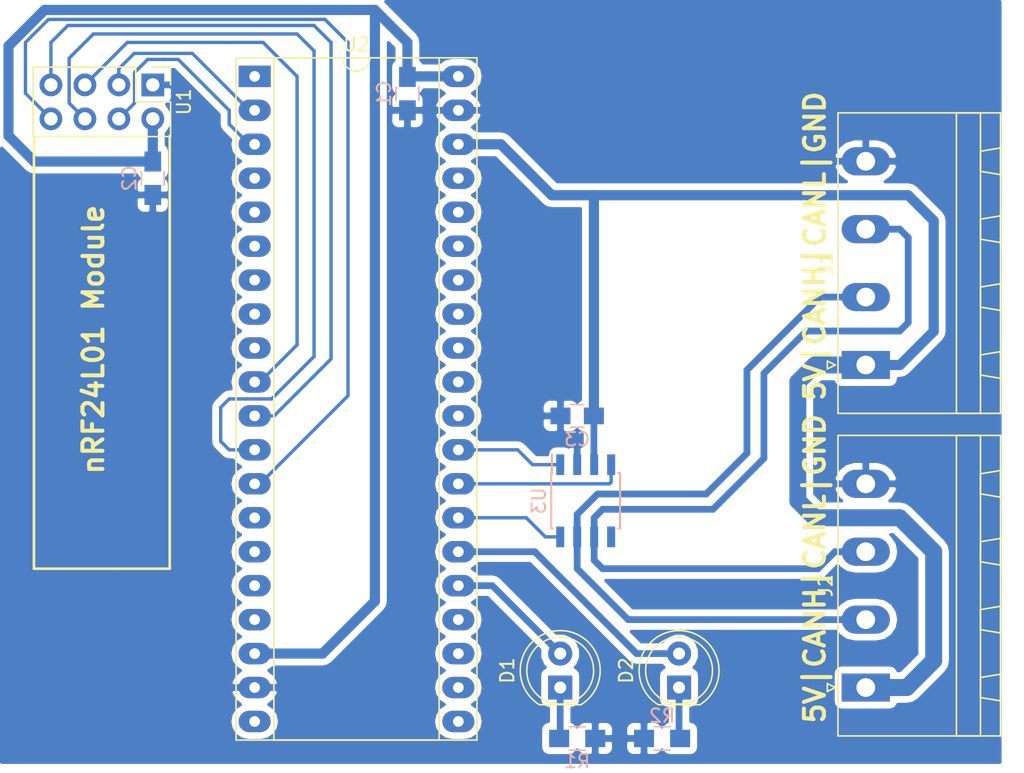
<source format=kicad_pcb>
(kicad_pcb (version 20170123) (host pcbnew "(2017-06-15 revision a544a5b)-master")

  (general
    (links 35)
    (no_connects 14)
    (area 146.05 78.105 222.9125 136.1925)
    (thickness 1.6)
    (drawings 8)
    (tracks 139)
    (zones 0)
    (modules 12)
    (nets 44)
  )

  (page A4)
  (layers
    (0 F.Cu signal)
    (31 B.Cu signal)
    (32 B.Adhes user)
    (33 F.Adhes user)
    (34 B.Paste user)
    (35 F.Paste user)
    (36 B.SilkS user)
    (37 F.SilkS user)
    (38 B.Mask user)
    (39 F.Mask user)
    (40 Dwgs.User user)
    (41 Cmts.User user)
    (42 Eco1.User user)
    (43 Eco2.User user)
    (44 Edge.Cuts user)
    (45 Margin user)
    (46 B.CrtYd user)
    (47 F.CrtYd user)
    (48 B.Fab user)
    (49 F.Fab user)
  )

  (setup
    (last_trace_width 0.762)
    (user_trace_width 0.254)
    (user_trace_width 0.508)
    (user_trace_width 0.762)
    (user_trace_width 1.27)
    (user_trace_width 1.778)
    (trace_clearance 0.2)
    (zone_clearance 0.508)
    (zone_45_only no)
    (trace_min 0.2)
    (segment_width 0.2)
    (edge_width 0.15)
    (via_size 0.8)
    (via_drill 0.4)
    (via_min_size 0.4)
    (via_min_drill 0.3)
    (uvia_size 0.3)
    (uvia_drill 0.1)
    (uvias_allowed no)
    (uvia_min_size 0.2)
    (uvia_min_drill 0.1)
    (pcb_text_width 0.3)
    (pcb_text_size 1.5 1.5)
    (mod_edge_width 0.15)
    (mod_text_size 1 1)
    (mod_text_width 0.15)
    (pad_size 1.524 1.524)
    (pad_drill 0.762)
    (pad_to_mask_clearance 0.2)
    (aux_axis_origin 0 0)
    (visible_elements FFFFFF7F)
    (pcbplotparams
      (layerselection 0x00030_ffffffff)
      (usegerberextensions false)
      (excludeedgelayer true)
      (linewidth 0.100000)
      (plotframeref false)
      (viasonmask false)
      (mode 1)
      (useauxorigin false)
      (hpglpennumber 1)
      (hpglpenspeed 20)
      (hpglpendiameter 15)
      (psnegative false)
      (psa4output false)
      (plotreference true)
      (plotvalue true)
      (plotinvisibletext false)
      (padsonsilk false)
      (subtractmaskfromsilk false)
      (outputformat 1)
      (mirror false)
      (drillshape 1)
      (scaleselection 1)
      (outputdirectory ""))
  )

  (net 0 "")
  (net 1 GND)
  (net 2 +3V3)
  (net 3 +5V)
  (net 4 "Net-(D1-Pad2)")
  (net 5 "Net-(D1-Pad1)")
  (net 6 "Net-(D2-Pad1)")
  (net 7 "Net-(D2-Pad2)")
  (net 8 "Net-(J1-Pad3)")
  (net 9 "Net-(J1-Pad2)")
  (net 10 "Net-(U1-Pad8)")
  (net 11 "Net-(U1-Pad7)")
  (net 12 "Net-(U1-Pad6)")
  (net 13 "Net-(U1-Pad5)")
  (net 14 "Net-(U1-Pad4)")
  (net 15 "Net-(U1-Pad3)")
  (net 16 "Net-(U2-Pad37)")
  (net 17 "Net-(U2-Pad17)")
  (net 18 "Net-(U2-Pad36)")
  (net 19 "Net-(U2-Pad16)")
  (net 20 "Net-(U2-Pad35)")
  (net 21 "Net-(U2-Pad15)")
  (net 22 "Net-(U2-Pad34)")
  (net 23 "Net-(U2-Pad33)")
  (net 24 "Net-(U2-Pad32)")
  (net 25 "Net-(U2-Pad31)")
  (net 26 "Net-(U2-Pad30)")
  (net 27 "Net-(U2-Pad29)")
  (net 28 "Net-(U2-Pad28)")
  (net 29 "Net-(U2-Pad27)")
  (net 30 "Net-(U2-Pad6)")
  (net 31 "Net-(U2-Pad5)")
  (net 32 "Net-(U2-Pad24)")
  (net 33 "Net-(U2-Pad4)")
  (net 34 "Net-(U2-Pad23)")
  (net 35 "Net-(U2-Pad22)")
  (net 36 "Net-(U2-Pad21)")
  (net 37 "Net-(U2-Pad1)")
  (net 38 "Net-(U3-Pad5)")
  (net 39 "Net-(U2-Pad20)")
  (net 40 "Net-(U2-Pad14)")
  (net 41 "Net-(U2-Pad9)")
  (net 42 "Net-(U2-Pad8)")
  (net 43 "Net-(U2-Pad7)")

  (net_class Default "This is the default net class."
    (clearance 0.2)
    (trace_width 0.25)
    (via_dia 0.8)
    (via_drill 0.4)
    (uvia_dia 0.3)
    (uvia_drill 0.1)
    (add_net +3V3)
    (add_net +5V)
    (add_net GND)
    (add_net "Net-(D1-Pad1)")
    (add_net "Net-(D1-Pad2)")
    (add_net "Net-(D2-Pad1)")
    (add_net "Net-(D2-Pad2)")
    (add_net "Net-(J1-Pad2)")
    (add_net "Net-(J1-Pad3)")
    (add_net "Net-(U1-Pad3)")
    (add_net "Net-(U1-Pad4)")
    (add_net "Net-(U1-Pad5)")
    (add_net "Net-(U1-Pad6)")
    (add_net "Net-(U1-Pad7)")
    (add_net "Net-(U1-Pad8)")
    (add_net "Net-(U2-Pad1)")
    (add_net "Net-(U2-Pad14)")
    (add_net "Net-(U2-Pad15)")
    (add_net "Net-(U2-Pad16)")
    (add_net "Net-(U2-Pad17)")
    (add_net "Net-(U2-Pad20)")
    (add_net "Net-(U2-Pad21)")
    (add_net "Net-(U2-Pad22)")
    (add_net "Net-(U2-Pad23)")
    (add_net "Net-(U2-Pad24)")
    (add_net "Net-(U2-Pad27)")
    (add_net "Net-(U2-Pad28)")
    (add_net "Net-(U2-Pad29)")
    (add_net "Net-(U2-Pad30)")
    (add_net "Net-(U2-Pad31)")
    (add_net "Net-(U2-Pad32)")
    (add_net "Net-(U2-Pad33)")
    (add_net "Net-(U2-Pad34)")
    (add_net "Net-(U2-Pad35)")
    (add_net "Net-(U2-Pad36)")
    (add_net "Net-(U2-Pad37)")
    (add_net "Net-(U2-Pad4)")
    (add_net "Net-(U2-Pad5)")
    (add_net "Net-(U2-Pad6)")
    (add_net "Net-(U2-Pad7)")
    (add_net "Net-(U2-Pad8)")
    (add_net "Net-(U2-Pad9)")
    (add_net "Net-(U3-Pad5)")
  )

  (module Housings_DIP:DIP-40_W15.24mm_Socket_LongPads (layer F.Cu) (tedit 58CC8E30) (tstamp 595E1ED0)
    (at 165.1 83.82)
    (descr "40-lead dip package, row spacing 15.24 mm (600 mils), Socket, LongPads")
    (tags "DIL DIP PDIP 2.54mm 15.24mm 600mil Socket LongPads")
    (path /594D728F)
    (fp_text reference U2 (at 7.62 -2.39) (layer F.SilkS)
      (effects (font (size 1 1) (thickness 0.15)))
    )
    (fp_text value STM32F103C8T6-MOD (at 7.62 50.65) (layer F.Fab)
      (effects (font (size 1 1) (thickness 0.15)))
    )
    (fp_arc (start 7.62 -1.39) (end 6.62 -1.39) (angle -180) (layer F.SilkS) (width 0.12))
    (fp_line (start 16.9 -1.7) (end -1.7 -1.7) (layer F.CrtYd) (width 0.05))
    (fp_line (start 16.9 49.9) (end 16.9 -1.7) (layer F.CrtYd) (width 0.05))
    (fp_line (start -1.7 49.9) (end 16.9 49.9) (layer F.CrtYd) (width 0.05))
    (fp_line (start -1.7 -1.7) (end -1.7 49.9) (layer F.CrtYd) (width 0.05))
    (fp_line (start 16.63 -1.39) (end -1.39 -1.39) (layer F.SilkS) (width 0.12))
    (fp_line (start 16.63 49.65) (end 16.63 -1.39) (layer F.SilkS) (width 0.12))
    (fp_line (start -1.39 49.65) (end 16.63 49.65) (layer F.SilkS) (width 0.12))
    (fp_line (start -1.39 -1.39) (end -1.39 49.65) (layer F.SilkS) (width 0.12))
    (fp_line (start 13.8 -1.39) (end 8.62 -1.39) (layer F.SilkS) (width 0.12))
    (fp_line (start 13.8 49.65) (end 13.8 -1.39) (layer F.SilkS) (width 0.12))
    (fp_line (start 1.44 49.65) (end 13.8 49.65) (layer F.SilkS) (width 0.12))
    (fp_line (start 1.44 -1.39) (end 1.44 49.65) (layer F.SilkS) (width 0.12))
    (fp_line (start 6.62 -1.39) (end 1.44 -1.39) (layer F.SilkS) (width 0.12))
    (fp_line (start 16.51 -1.27) (end -1.27 -1.27) (layer F.Fab) (width 0.1))
    (fp_line (start 16.51 49.53) (end 16.51 -1.27) (layer F.Fab) (width 0.1))
    (fp_line (start -1.27 49.53) (end 16.51 49.53) (layer F.Fab) (width 0.1))
    (fp_line (start -1.27 -1.27) (end -1.27 49.53) (layer F.Fab) (width 0.1))
    (fp_line (start 0.255 -0.27) (end 1.255 -1.27) (layer F.Fab) (width 0.1))
    (fp_line (start 0.255 49.53) (end 0.255 -0.27) (layer F.Fab) (width 0.1))
    (fp_line (start 14.985 49.53) (end 0.255 49.53) (layer F.Fab) (width 0.1))
    (fp_line (start 14.985 -1.27) (end 14.985 49.53) (layer F.Fab) (width 0.1))
    (fp_line (start 1.255 -1.27) (end 14.985 -1.27) (layer F.Fab) (width 0.1))
    (fp_text user %R (at 7.62 24.13) (layer F.Fab)
      (effects (font (size 1 1) (thickness 0.15)))
    )
    (pad 40 thru_hole oval (at 15.24 0) (size 2.4 1.6) (drill 0.8) (layers *.Cu *.Mask)
      (net 2 +3V3))
    (pad 20 thru_hole oval (at 0 48.26) (size 2.4 1.6) (drill 0.8) (layers *.Cu *.Mask)
      (net 39 "Net-(U2-Pad20)"))
    (pad 39 thru_hole oval (at 15.24 2.54) (size 2.4 1.6) (drill 0.8) (layers *.Cu *.Mask)
      (net 1 GND))
    (pad 19 thru_hole oval (at 0 45.72) (size 2.4 1.6) (drill 0.8) (layers *.Cu *.Mask)
      (net 1 GND))
    (pad 38 thru_hole oval (at 15.24 5.08) (size 2.4 1.6) (drill 0.8) (layers *.Cu *.Mask)
      (net 3 +5V))
    (pad 18 thru_hole oval (at 0 43.18) (size 2.4 1.6) (drill 0.8) (layers *.Cu *.Mask)
      (net 2 +3V3))
    (pad 37 thru_hole oval (at 15.24 7.62) (size 2.4 1.6) (drill 0.8) (layers *.Cu *.Mask)
      (net 16 "Net-(U2-Pad37)"))
    (pad 17 thru_hole oval (at 0 40.64) (size 2.4 1.6) (drill 0.8) (layers *.Cu *.Mask)
      (net 17 "Net-(U2-Pad17)"))
    (pad 36 thru_hole oval (at 15.24 10.16) (size 2.4 1.6) (drill 0.8) (layers *.Cu *.Mask)
      (net 18 "Net-(U2-Pad36)"))
    (pad 16 thru_hole oval (at 0 38.1) (size 2.4 1.6) (drill 0.8) (layers *.Cu *.Mask)
      (net 19 "Net-(U2-Pad16)"))
    (pad 35 thru_hole oval (at 15.24 12.7) (size 2.4 1.6) (drill 0.8) (layers *.Cu *.Mask)
      (net 20 "Net-(U2-Pad35)"))
    (pad 15 thru_hole oval (at 0 35.56) (size 2.4 1.6) (drill 0.8) (layers *.Cu *.Mask)
      (net 21 "Net-(U2-Pad15)"))
    (pad 34 thru_hole oval (at 15.24 15.24) (size 2.4 1.6) (drill 0.8) (layers *.Cu *.Mask)
      (net 22 "Net-(U2-Pad34)"))
    (pad 14 thru_hole oval (at 0 33.02) (size 2.4 1.6) (drill 0.8) (layers *.Cu *.Mask)
      (net 40 "Net-(U2-Pad14)"))
    (pad 33 thru_hole oval (at 15.24 17.78) (size 2.4 1.6) (drill 0.8) (layers *.Cu *.Mask)
      (net 23 "Net-(U2-Pad33)"))
    (pad 13 thru_hole oval (at 0 30.48) (size 2.4 1.6) (drill 0.8) (layers *.Cu *.Mask)
      (net 10 "Net-(U1-Pad8)"))
    (pad 32 thru_hole oval (at 15.24 20.32) (size 2.4 1.6) (drill 0.8) (layers *.Cu *.Mask)
      (net 24 "Net-(U2-Pad32)"))
    (pad 12 thru_hole oval (at 0 27.94) (size 2.4 1.6) (drill 0.8) (layers *.Cu *.Mask)
      (net 12 "Net-(U1-Pad6)"))
    (pad 31 thru_hole oval (at 15.24 22.86) (size 2.4 1.6) (drill 0.8) (layers *.Cu *.Mask)
      (net 25 "Net-(U2-Pad31)"))
    (pad 11 thru_hole oval (at 0 25.4) (size 2.4 1.6) (drill 0.8) (layers *.Cu *.Mask)
      (net 11 "Net-(U1-Pad7)"))
    (pad 30 thru_hole oval (at 15.24 25.4) (size 2.4 1.6) (drill 0.8) (layers *.Cu *.Mask)
      (net 26 "Net-(U2-Pad30)"))
    (pad 10 thru_hole oval (at 0 22.86) (size 2.4 1.6) (drill 0.8) (layers *.Cu *.Mask)
      (net 13 "Net-(U1-Pad5)"))
    (pad 29 thru_hole oval (at 15.24 27.94) (size 2.4 1.6) (drill 0.8) (layers *.Cu *.Mask)
      (net 27 "Net-(U2-Pad29)"))
    (pad 9 thru_hole oval (at 0 20.32) (size 2.4 1.6) (drill 0.8) (layers *.Cu *.Mask)
      (net 41 "Net-(U2-Pad9)"))
    (pad 28 thru_hole oval (at 15.24 30.48) (size 2.4 1.6) (drill 0.8) (layers *.Cu *.Mask)
      (net 28 "Net-(U2-Pad28)"))
    (pad 8 thru_hole oval (at 0 17.78) (size 2.4 1.6) (drill 0.8) (layers *.Cu *.Mask)
      (net 42 "Net-(U2-Pad8)"))
    (pad 27 thru_hole oval (at 15.24 33.02) (size 2.4 1.6) (drill 0.8) (layers *.Cu *.Mask)
      (net 29 "Net-(U2-Pad27)"))
    (pad 7 thru_hole oval (at 0 15.24) (size 2.4 1.6) (drill 0.8) (layers *.Cu *.Mask)
      (net 43 "Net-(U2-Pad7)"))
    (pad 26 thru_hole oval (at 15.24 35.56) (size 2.4 1.6) (drill 0.8) (layers *.Cu *.Mask)
      (net 7 "Net-(D2-Pad2)"))
    (pad 6 thru_hole oval (at 0 12.7) (size 2.4 1.6) (drill 0.8) (layers *.Cu *.Mask)
      (net 30 "Net-(U2-Pad6)"))
    (pad 25 thru_hole oval (at 15.24 38.1) (size 2.4 1.6) (drill 0.8) (layers *.Cu *.Mask)
      (net 4 "Net-(D1-Pad2)"))
    (pad 5 thru_hole oval (at 0 10.16) (size 2.4 1.6) (drill 0.8) (layers *.Cu *.Mask)
      (net 31 "Net-(U2-Pad5)"))
    (pad 24 thru_hole oval (at 15.24 40.64) (size 2.4 1.6) (drill 0.8) (layers *.Cu *.Mask)
      (net 32 "Net-(U2-Pad24)"))
    (pad 4 thru_hole oval (at 0 7.62) (size 2.4 1.6) (drill 0.8) (layers *.Cu *.Mask)
      (net 33 "Net-(U2-Pad4)"))
    (pad 23 thru_hole oval (at 15.24 43.18) (size 2.4 1.6) (drill 0.8) (layers *.Cu *.Mask)
      (net 34 "Net-(U2-Pad23)"))
    (pad 3 thru_hole oval (at 0 5.08) (size 2.4 1.6) (drill 0.8) (layers *.Cu *.Mask)
      (net 14 "Net-(U1-Pad4)"))
    (pad 22 thru_hole oval (at 15.24 45.72) (size 2.4 1.6) (drill 0.8) (layers *.Cu *.Mask)
      (net 35 "Net-(U2-Pad22)"))
    (pad 2 thru_hole oval (at 0 2.54) (size 2.4 1.6) (drill 0.8) (layers *.Cu *.Mask)
      (net 15 "Net-(U1-Pad3)"))
    (pad 21 thru_hole oval (at 15.24 48.26) (size 2.4 1.6) (drill 0.8) (layers *.Cu *.Mask)
      (net 36 "Net-(U2-Pad21)"))
    (pad 1 thru_hole rect (at 0 0) (size 2.4 1.6) (drill 0.8) (layers *.Cu *.Mask)
      (net 37 "Net-(U2-Pad1)"))
    (model ${KISYS3DMOD}/Housings_DIP.3dshapes/DIP-40_W15.24mm_Socket_LongPads.wrl
      (at (xyz 0 0 0))
      (scale (xyz 1 1 1))
      (rotate (xyz 0 0 0))
    )
  )

  (module Capacitors_SMD:C_0805_HandSoldering (layer B.Cu) (tedit 58AA84A8) (tstamp 595E1DAD)
    (at 176.53 85.11 270)
    (descr "Capacitor SMD 0805, hand soldering")
    (tags "capacitor 0805")
    (path /594D8027)
    (attr smd)
    (fp_text reference C1 (at 0 1.75 270) (layer B.SilkS)
      (effects (font (size 1 1) (thickness 0.15)) (justify mirror))
    )
    (fp_text value 0.1u (at 0 -1.75 270) (layer B.Fab)
      (effects (font (size 1 1) (thickness 0.15)) (justify mirror))
    )
    (fp_line (start 2.25 -0.87) (end -2.25 -0.87) (layer B.CrtYd) (width 0.05))
    (fp_line (start 2.25 -0.87) (end 2.25 0.88) (layer B.CrtYd) (width 0.05))
    (fp_line (start -2.25 0.88) (end -2.25 -0.87) (layer B.CrtYd) (width 0.05))
    (fp_line (start -2.25 0.88) (end 2.25 0.88) (layer B.CrtYd) (width 0.05))
    (fp_line (start -0.5 -0.85) (end 0.5 -0.85) (layer B.SilkS) (width 0.12))
    (fp_line (start 0.5 0.85) (end -0.5 0.85) (layer B.SilkS) (width 0.12))
    (fp_line (start -1 0.62) (end 1 0.62) (layer B.Fab) (width 0.1))
    (fp_line (start 1 0.62) (end 1 -0.62) (layer B.Fab) (width 0.1))
    (fp_line (start 1 -0.62) (end -1 -0.62) (layer B.Fab) (width 0.1))
    (fp_line (start -1 -0.62) (end -1 0.62) (layer B.Fab) (width 0.1))
    (fp_text user %R (at 0 1.75 270) (layer B.Fab)
      (effects (font (size 1 1) (thickness 0.15)) (justify mirror))
    )
    (pad 2 smd rect (at 1.25 0 270) (size 1.5 1.25) (layers B.Cu B.Paste B.Mask)
      (net 1 GND))
    (pad 1 smd rect (at -1.25 0 270) (size 1.5 1.25) (layers B.Cu B.Paste B.Mask)
      (net 2 +3V3))
    (model Capacitors_SMD.3dshapes/C_0805.wrl
      (at (xyz 0 0 0))
      (scale (xyz 1 1 1))
      (rotate (xyz 0 0 0))
    )
  )

  (module Capacitors_SMD:C_0805_HandSoldering (layer B.Cu) (tedit 58AA84A8) (tstamp 595E1DBE)
    (at 157.48 91.44 270)
    (descr "Capacitor SMD 0805, hand soldering")
    (tags "capacitor 0805")
    (path /594D8176)
    (attr smd)
    (fp_text reference C2 (at 0 1.75 270) (layer B.SilkS)
      (effects (font (size 1 1) (thickness 0.15)) (justify mirror))
    )
    (fp_text value 0.1u (at 0 -1.75 270) (layer B.Fab)
      (effects (font (size 1 1) (thickness 0.15)) (justify mirror))
    )
    (fp_text user %R (at 0 1.75 270) (layer B.Fab)
      (effects (font (size 1 1) (thickness 0.15)) (justify mirror))
    )
    (fp_line (start -1 -0.62) (end -1 0.62) (layer B.Fab) (width 0.1))
    (fp_line (start 1 -0.62) (end -1 -0.62) (layer B.Fab) (width 0.1))
    (fp_line (start 1 0.62) (end 1 -0.62) (layer B.Fab) (width 0.1))
    (fp_line (start -1 0.62) (end 1 0.62) (layer B.Fab) (width 0.1))
    (fp_line (start 0.5 0.85) (end -0.5 0.85) (layer B.SilkS) (width 0.12))
    (fp_line (start -0.5 -0.85) (end 0.5 -0.85) (layer B.SilkS) (width 0.12))
    (fp_line (start -2.25 0.88) (end 2.25 0.88) (layer B.CrtYd) (width 0.05))
    (fp_line (start -2.25 0.88) (end -2.25 -0.87) (layer B.CrtYd) (width 0.05))
    (fp_line (start 2.25 -0.87) (end 2.25 0.88) (layer B.CrtYd) (width 0.05))
    (fp_line (start 2.25 -0.87) (end -2.25 -0.87) (layer B.CrtYd) (width 0.05))
    (pad 1 smd rect (at -1.25 0 270) (size 1.5 1.25) (layers B.Cu B.Paste B.Mask)
      (net 2 +3V3))
    (pad 2 smd rect (at 1.25 0 270) (size 1.5 1.25) (layers B.Cu B.Paste B.Mask)
      (net 1 GND))
    (model Capacitors_SMD.3dshapes/C_0805.wrl
      (at (xyz 0 0 0))
      (scale (xyz 1 1 1))
      (rotate (xyz 0 0 0))
    )
  )

  (module Capacitors_SMD:C_0805_HandSoldering (layer B.Cu) (tedit 58AA84A8) (tstamp 595E1DCF)
    (at 189.23 109.22)
    (descr "Capacitor SMD 0805, hand soldering")
    (tags "capacitor 0805")
    (path /594D856C)
    (attr smd)
    (fp_text reference C3 (at 0 1.75) (layer B.SilkS)
      (effects (font (size 1 1) (thickness 0.15)) (justify mirror))
    )
    (fp_text value 0.1u (at 0 -1.75) (layer B.Fab)
      (effects (font (size 1 1) (thickness 0.15)) (justify mirror))
    )
    (fp_line (start 2.25 -0.87) (end -2.25 -0.87) (layer B.CrtYd) (width 0.05))
    (fp_line (start 2.25 -0.87) (end 2.25 0.88) (layer B.CrtYd) (width 0.05))
    (fp_line (start -2.25 0.88) (end -2.25 -0.87) (layer B.CrtYd) (width 0.05))
    (fp_line (start -2.25 0.88) (end 2.25 0.88) (layer B.CrtYd) (width 0.05))
    (fp_line (start -0.5 -0.85) (end 0.5 -0.85) (layer B.SilkS) (width 0.12))
    (fp_line (start 0.5 0.85) (end -0.5 0.85) (layer B.SilkS) (width 0.12))
    (fp_line (start -1 0.62) (end 1 0.62) (layer B.Fab) (width 0.1))
    (fp_line (start 1 0.62) (end 1 -0.62) (layer B.Fab) (width 0.1))
    (fp_line (start 1 -0.62) (end -1 -0.62) (layer B.Fab) (width 0.1))
    (fp_line (start -1 -0.62) (end -1 0.62) (layer B.Fab) (width 0.1))
    (fp_text user %R (at 0 1.75) (layer B.Fab)
      (effects (font (size 1 1) (thickness 0.15)) (justify mirror))
    )
    (pad 2 smd rect (at 1.25 0) (size 1.5 1.25) (layers B.Cu B.Paste B.Mask)
      (net 3 +5V))
    (pad 1 smd rect (at -1.25 0) (size 1.5 1.25) (layers B.Cu B.Paste B.Mask)
      (net 1 GND))
    (model Capacitors_SMD.3dshapes/C_0805.wrl
      (at (xyz 0 0 0))
      (scale (xyz 1 1 1))
      (rotate (xyz 0 0 0))
    )
  )

  (module LEDs:LED_D5.0mm (layer F.Cu) (tedit 587A3A7B) (tstamp 595E1DE0)
    (at 187.96 129.54 90)
    (descr "LED, diameter 5.0mm, 2 pins, http://cdn-reichelt.de/documents/datenblatt/A500/LL-504BC2E-009.pdf")
    (tags "LED diameter 5.0mm 2 pins")
    (path /594D937E)
    (fp_text reference D1 (at 1.27 -3.96 90) (layer F.SilkS)
      (effects (font (size 1 1) (thickness 0.15)))
    )
    (fp_text value LED (at 1.27 3.96 90) (layer F.Fab)
      (effects (font (size 1 1) (thickness 0.15)))
    )
    (fp_line (start 4.5 -3.25) (end -1.95 -3.25) (layer F.CrtYd) (width 0.05))
    (fp_line (start 4.5 3.25) (end 4.5 -3.25) (layer F.CrtYd) (width 0.05))
    (fp_line (start -1.95 3.25) (end 4.5 3.25) (layer F.CrtYd) (width 0.05))
    (fp_line (start -1.95 -3.25) (end -1.95 3.25) (layer F.CrtYd) (width 0.05))
    (fp_line (start -1.29 -1.545) (end -1.29 1.545) (layer F.SilkS) (width 0.12))
    (fp_line (start -1.23 -1.469694) (end -1.23 1.469694) (layer F.Fab) (width 0.1))
    (fp_circle (center 1.27 0) (end 3.77 0) (layer F.SilkS) (width 0.12))
    (fp_circle (center 1.27 0) (end 3.77 0) (layer F.Fab) (width 0.1))
    (fp_arc (start 1.27 0) (end -1.29 1.54483) (angle -148.9) (layer F.SilkS) (width 0.12))
    (fp_arc (start 1.27 0) (end -1.29 -1.54483) (angle 148.9) (layer F.SilkS) (width 0.12))
    (fp_arc (start 1.27 0) (end -1.23 -1.469694) (angle 299.1) (layer F.Fab) (width 0.1))
    (pad 2 thru_hole circle (at 2.54 0 90) (size 1.8 1.8) (drill 0.9) (layers *.Cu *.Mask)
      (net 4 "Net-(D1-Pad2)"))
    (pad 1 thru_hole rect (at 0 0 90) (size 1.8 1.8) (drill 0.9) (layers *.Cu *.Mask)
      (net 5 "Net-(D1-Pad1)"))
    (model LEDs.3dshapes/LED_D5.0mm.wrl
      (at (xyz 0 0 0))
      (scale (xyz 0.393701 0.393701 0.393701))
      (rotate (xyz 0 0 0))
    )
  )

  (module LEDs:LED_D5.0mm (layer F.Cu) (tedit 587A3A7B) (tstamp 595E1DF1)
    (at 196.85 129.54 90)
    (descr "LED, diameter 5.0mm, 2 pins, http://cdn-reichelt.de/documents/datenblatt/A500/LL-504BC2E-009.pdf")
    (tags "LED diameter 5.0mm 2 pins")
    (path /594D949A)
    (fp_text reference D2 (at 1.27 -3.96 90) (layer F.SilkS)
      (effects (font (size 1 1) (thickness 0.15)))
    )
    (fp_text value LED (at 1.27 3.96 90) (layer F.Fab)
      (effects (font (size 1 1) (thickness 0.15)))
    )
    (fp_arc (start 1.27 0) (end -1.23 -1.469694) (angle 299.1) (layer F.Fab) (width 0.1))
    (fp_arc (start 1.27 0) (end -1.29 -1.54483) (angle 148.9) (layer F.SilkS) (width 0.12))
    (fp_arc (start 1.27 0) (end -1.29 1.54483) (angle -148.9) (layer F.SilkS) (width 0.12))
    (fp_circle (center 1.27 0) (end 3.77 0) (layer F.Fab) (width 0.1))
    (fp_circle (center 1.27 0) (end 3.77 0) (layer F.SilkS) (width 0.12))
    (fp_line (start -1.23 -1.469694) (end -1.23 1.469694) (layer F.Fab) (width 0.1))
    (fp_line (start -1.29 -1.545) (end -1.29 1.545) (layer F.SilkS) (width 0.12))
    (fp_line (start -1.95 -3.25) (end -1.95 3.25) (layer F.CrtYd) (width 0.05))
    (fp_line (start -1.95 3.25) (end 4.5 3.25) (layer F.CrtYd) (width 0.05))
    (fp_line (start 4.5 3.25) (end 4.5 -3.25) (layer F.CrtYd) (width 0.05))
    (fp_line (start 4.5 -3.25) (end -1.95 -3.25) (layer F.CrtYd) (width 0.05))
    (pad 1 thru_hole rect (at 0 0 90) (size 1.8 1.8) (drill 0.9) (layers *.Cu *.Mask)
      (net 6 "Net-(D2-Pad1)"))
    (pad 2 thru_hole circle (at 2.54 0 90) (size 1.8 1.8) (drill 0.9) (layers *.Cu *.Mask)
      (net 7 "Net-(D2-Pad2)"))
    (model LEDs.3dshapes/LED_D5.0mm.wrl
      (at (xyz 0 0 0))
      (scale (xyz 0.393701 0.393701 0.393701))
      (rotate (xyz 0 0 0))
    )
  )

  (module Connectors_Phoenix:PhoenixContact_MSTBA-G_04x5.08mm_Angled (layer F.Cu) (tedit 58AC498B) (tstamp 595E1E1F)
    (at 210.82 105.41 90)
    (descr "Generic Phoenix Contact connector footprint for series: MSTBA-G; number of pins: 04; pin pitch: 5.08mm; Angled || order number: 1923885 16A (HC) || order number: 1757268 12A")
    (tags "phoenix_contact connector MSTBA_01x04_G_5.08mm")
    (path /594D76D7)
    (fp_text reference J1 (at 7.62 -3 90) (layer F.SilkS)
      (effects (font (size 1 1) (thickness 0.15)))
    )
    (fp_text value "CAN IN" (at 7.62 11 90) (layer F.Fab)
      (effects (font (size 1 1) (thickness 0.15)))
    )
    (fp_text user %R (at 7.62 3 90) (layer F.Fab)
      (effects (font (size 1 1) (thickness 0.15)))
    )
    (fp_line (start 0 -0.5) (end -0.95 -2) (layer F.Fab) (width 0.1))
    (fp_line (start 0.95 -2) (end 0 -0.5) (layer F.Fab) (width 0.1))
    (fp_line (start -0.3 -2.88) (end 0.3 -2.88) (layer F.SilkS) (width 0.12))
    (fp_line (start 0 -2.28) (end -0.3 -2.88) (layer F.SilkS) (width 0.12))
    (fp_line (start 0.3 -2.88) (end 0 -2.28) (layer F.SilkS) (width 0.12))
    (fp_line (start 19.28 -2.5) (end -4.04 -2.5) (layer F.CrtYd) (width 0.05))
    (fp_line (start 19.28 10.5) (end 19.28 -2.5) (layer F.CrtYd) (width 0.05))
    (fp_line (start -4.04 10.5) (end 19.28 10.5) (layer F.CrtYd) (width 0.05))
    (fp_line (start -4.04 -2.5) (end -4.04 10.5) (layer F.CrtYd) (width 0.05))
    (fp_line (start 14.49 8.58) (end 14.24 10.08) (layer F.SilkS) (width 0.12))
    (fp_line (start 15.99 8.58) (end 14.49 8.58) (layer F.SilkS) (width 0.12))
    (fp_line (start 16.24 10.08) (end 15.99 8.58) (layer F.SilkS) (width 0.12))
    (fp_line (start 14.24 10.08) (end 16.24 10.08) (layer F.SilkS) (width 0.12))
    (fp_line (start 9.41 8.58) (end 9.16 10.08) (layer F.SilkS) (width 0.12))
    (fp_line (start 10.91 8.58) (end 9.41 8.58) (layer F.SilkS) (width 0.12))
    (fp_line (start 11.16 10.08) (end 10.91 8.58) (layer F.SilkS) (width 0.12))
    (fp_line (start 9.16 10.08) (end 11.16 10.08) (layer F.SilkS) (width 0.12))
    (fp_line (start 4.33 8.58) (end 4.08 10.08) (layer F.SilkS) (width 0.12))
    (fp_line (start 5.83 8.58) (end 4.33 8.58) (layer F.SilkS) (width 0.12))
    (fp_line (start 6.08 10.08) (end 5.83 8.58) (layer F.SilkS) (width 0.12))
    (fp_line (start 4.08 10.08) (end 6.08 10.08) (layer F.SilkS) (width 0.12))
    (fp_line (start -0.75 8.58) (end -1 10.08) (layer F.SilkS) (width 0.12))
    (fp_line (start 0.75 8.58) (end -0.75 8.58) (layer F.SilkS) (width 0.12))
    (fp_line (start 1 10.08) (end 0.75 8.58) (layer F.SilkS) (width 0.12))
    (fp_line (start -1 10.08) (end 1 10.08) (layer F.SilkS) (width 0.12))
    (fp_line (start 18.86 8.58) (end -3.62 8.58) (layer F.SilkS) (width 0.12))
    (fp_line (start 18.86 6.78) (end 18.86 8.58) (layer F.SilkS) (width 0.12))
    (fp_line (start -3.62 6.78) (end 18.86 6.78) (layer F.SilkS) (width 0.12))
    (fp_line (start -3.62 8.58) (end -3.62 6.78) (layer F.SilkS) (width 0.12))
    (fp_line (start 18.78 -2) (end -3.54 -2) (layer F.Fab) (width 0.1))
    (fp_line (start 18.78 10) (end 18.78 -2) (layer F.Fab) (width 0.1))
    (fp_line (start -3.54 10) (end 18.78 10) (layer F.Fab) (width 0.1))
    (fp_line (start -3.54 -2) (end -3.54 10) (layer F.Fab) (width 0.1))
    (fp_line (start 18.86 -2.08) (end -3.62 -2.08) (layer F.SilkS) (width 0.12))
    (fp_line (start 18.86 10.08) (end 18.86 -2.08) (layer F.SilkS) (width 0.12))
    (fp_line (start -3.62 10.08) (end 18.86 10.08) (layer F.SilkS) (width 0.12))
    (fp_line (start -3.62 -2.08) (end -3.62 10.08) (layer F.SilkS) (width 0.12))
    (pad 4 thru_hole oval (at 15.24 0 90) (size 2.1 3.6) (drill 1.4) (layers *.Cu *.Mask)
      (net 1 GND))
    (pad 3 thru_hole oval (at 10.16 0 90) (size 2.1 3.6) (drill 1.4) (layers *.Cu *.Mask)
      (net 8 "Net-(J1-Pad3)"))
    (pad 2 thru_hole oval (at 5.08 0 90) (size 2.1 3.6) (drill 1.4) (layers *.Cu *.Mask)
      (net 9 "Net-(J1-Pad2)"))
    (pad 1 thru_hole rect (at 0 0 90) (size 2.1 3.6) (drill 1.4) (layers *.Cu *.Mask)
      (net 3 +5V))
    (model Connectors_Phoenix.3dshapes/PhoenixContact_MSTBA-G_04x5.08mm_Angled.wrl
      (at (xyz 0 0 0))
      (scale (xyz 1 1 1))
      (rotate (xyz 0 0 0))
    )
  )

  (module Connectors_Phoenix:PhoenixContact_MSTBA-G_04x5.08mm_Angled (layer F.Cu) (tedit 58AC498B) (tstamp 595E1E4D)
    (at 210.82 129.54 90)
    (descr "Generic Phoenix Contact connector footprint for series: MSTBA-G; number of pins: 04; pin pitch: 5.08mm; Angled || order number: 1923885 16A (HC) || order number: 1757268 12A")
    (tags "phoenix_contact connector MSTBA_01x04_G_5.08mm")
    (path /594D773B)
    (fp_text reference J2 (at 7.62 -3 90) (layer F.SilkS)
      (effects (font (size 1 1) (thickness 0.15)))
    )
    (fp_text value "CAN OUT" (at 7.62 11 90) (layer F.Fab)
      (effects (font (size 1 1) (thickness 0.15)))
    )
    (fp_line (start -3.62 -2.08) (end -3.62 10.08) (layer F.SilkS) (width 0.12))
    (fp_line (start -3.62 10.08) (end 18.86 10.08) (layer F.SilkS) (width 0.12))
    (fp_line (start 18.86 10.08) (end 18.86 -2.08) (layer F.SilkS) (width 0.12))
    (fp_line (start 18.86 -2.08) (end -3.62 -2.08) (layer F.SilkS) (width 0.12))
    (fp_line (start -3.54 -2) (end -3.54 10) (layer F.Fab) (width 0.1))
    (fp_line (start -3.54 10) (end 18.78 10) (layer F.Fab) (width 0.1))
    (fp_line (start 18.78 10) (end 18.78 -2) (layer F.Fab) (width 0.1))
    (fp_line (start 18.78 -2) (end -3.54 -2) (layer F.Fab) (width 0.1))
    (fp_line (start -3.62 8.58) (end -3.62 6.78) (layer F.SilkS) (width 0.12))
    (fp_line (start -3.62 6.78) (end 18.86 6.78) (layer F.SilkS) (width 0.12))
    (fp_line (start 18.86 6.78) (end 18.86 8.58) (layer F.SilkS) (width 0.12))
    (fp_line (start 18.86 8.58) (end -3.62 8.58) (layer F.SilkS) (width 0.12))
    (fp_line (start -1 10.08) (end 1 10.08) (layer F.SilkS) (width 0.12))
    (fp_line (start 1 10.08) (end 0.75 8.58) (layer F.SilkS) (width 0.12))
    (fp_line (start 0.75 8.58) (end -0.75 8.58) (layer F.SilkS) (width 0.12))
    (fp_line (start -0.75 8.58) (end -1 10.08) (layer F.SilkS) (width 0.12))
    (fp_line (start 4.08 10.08) (end 6.08 10.08) (layer F.SilkS) (width 0.12))
    (fp_line (start 6.08 10.08) (end 5.83 8.58) (layer F.SilkS) (width 0.12))
    (fp_line (start 5.83 8.58) (end 4.33 8.58) (layer F.SilkS) (width 0.12))
    (fp_line (start 4.33 8.58) (end 4.08 10.08) (layer F.SilkS) (width 0.12))
    (fp_line (start 9.16 10.08) (end 11.16 10.08) (layer F.SilkS) (width 0.12))
    (fp_line (start 11.16 10.08) (end 10.91 8.58) (layer F.SilkS) (width 0.12))
    (fp_line (start 10.91 8.58) (end 9.41 8.58) (layer F.SilkS) (width 0.12))
    (fp_line (start 9.41 8.58) (end 9.16 10.08) (layer F.SilkS) (width 0.12))
    (fp_line (start 14.24 10.08) (end 16.24 10.08) (layer F.SilkS) (width 0.12))
    (fp_line (start 16.24 10.08) (end 15.99 8.58) (layer F.SilkS) (width 0.12))
    (fp_line (start 15.99 8.58) (end 14.49 8.58) (layer F.SilkS) (width 0.12))
    (fp_line (start 14.49 8.58) (end 14.24 10.08) (layer F.SilkS) (width 0.12))
    (fp_line (start -4.04 -2.5) (end -4.04 10.5) (layer F.CrtYd) (width 0.05))
    (fp_line (start -4.04 10.5) (end 19.28 10.5) (layer F.CrtYd) (width 0.05))
    (fp_line (start 19.28 10.5) (end 19.28 -2.5) (layer F.CrtYd) (width 0.05))
    (fp_line (start 19.28 -2.5) (end -4.04 -2.5) (layer F.CrtYd) (width 0.05))
    (fp_line (start 0.3 -2.88) (end 0 -2.28) (layer F.SilkS) (width 0.12))
    (fp_line (start 0 -2.28) (end -0.3 -2.88) (layer F.SilkS) (width 0.12))
    (fp_line (start -0.3 -2.88) (end 0.3 -2.88) (layer F.SilkS) (width 0.12))
    (fp_line (start 0.95 -2) (end 0 -0.5) (layer F.Fab) (width 0.1))
    (fp_line (start 0 -0.5) (end -0.95 -2) (layer F.Fab) (width 0.1))
    (fp_text user %R (at 7.62 3 90) (layer F.Fab)
      (effects (font (size 1 1) (thickness 0.15)))
    )
    (pad 1 thru_hole rect (at 0 0 90) (size 2.1 3.6) (drill 1.4) (layers *.Cu *.Mask)
      (net 3 +5V))
    (pad 2 thru_hole oval (at 5.08 0 90) (size 2.1 3.6) (drill 1.4) (layers *.Cu *.Mask)
      (net 9 "Net-(J1-Pad2)"))
    (pad 3 thru_hole oval (at 10.16 0 90) (size 2.1 3.6) (drill 1.4) (layers *.Cu *.Mask)
      (net 8 "Net-(J1-Pad3)"))
    (pad 4 thru_hole oval (at 15.24 0 90) (size 2.1 3.6) (drill 1.4) (layers *.Cu *.Mask)
      (net 1 GND))
    (model Connectors_Phoenix.3dshapes/PhoenixContact_MSTBA-G_04x5.08mm_Angled.wrl
      (at (xyz 0 0 0))
      (scale (xyz 1 1 1))
      (rotate (xyz 0 0 0))
    )
  )

  (module Resistors_SMD:R_0805_HandSoldering (layer B.Cu) (tedit 58E0A804) (tstamp 595E1E5E)
    (at 189.23 133.35)
    (descr "Resistor SMD 0805, hand soldering")
    (tags "resistor 0805")
    (path /594D992C)
    (attr smd)
    (fp_text reference R1 (at 0 1.7) (layer B.SilkS)
      (effects (font (size 1 1) (thickness 0.15)) (justify mirror))
    )
    (fp_text value 220 (at 0 -1.75) (layer B.Fab)
      (effects (font (size 1 1) (thickness 0.15)) (justify mirror))
    )
    (fp_line (start 2.35 -0.9) (end -2.35 -0.9) (layer B.CrtYd) (width 0.05))
    (fp_line (start 2.35 -0.9) (end 2.35 0.9) (layer B.CrtYd) (width 0.05))
    (fp_line (start -2.35 0.9) (end -2.35 -0.9) (layer B.CrtYd) (width 0.05))
    (fp_line (start -2.35 0.9) (end 2.35 0.9) (layer B.CrtYd) (width 0.05))
    (fp_line (start -0.6 0.88) (end 0.6 0.88) (layer B.SilkS) (width 0.12))
    (fp_line (start 0.6 -0.88) (end -0.6 -0.88) (layer B.SilkS) (width 0.12))
    (fp_line (start -1 0.62) (end 1 0.62) (layer B.Fab) (width 0.1))
    (fp_line (start 1 0.62) (end 1 -0.62) (layer B.Fab) (width 0.1))
    (fp_line (start 1 -0.62) (end -1 -0.62) (layer B.Fab) (width 0.1))
    (fp_line (start -1 -0.62) (end -1 0.62) (layer B.Fab) (width 0.1))
    (fp_text user %R (at 3.224999 -1.1525) (layer B.Fab)
      (effects (font (size 0.5 0.5) (thickness 0.075)) (justify mirror))
    )
    (pad 2 smd rect (at 1.35 0) (size 1.5 1.3) (layers B.Cu B.Paste B.Mask)
      (net 1 GND))
    (pad 1 smd rect (at -1.35 0) (size 1.5 1.3) (layers B.Cu B.Paste B.Mask)
      (net 5 "Net-(D1-Pad1)"))
    (model ${KISYS3DMOD}/Resistors_SMD.3dshapes/R_0805.wrl
      (at (xyz 0 0 0))
      (scale (xyz 1 1 1))
      (rotate (xyz 0 0 0))
    )
  )

  (module Resistors_SMD:R_0805_HandSoldering (layer B.Cu) (tedit 58E0A804) (tstamp 595E1E6F)
    (at 195.58 133.35 180)
    (descr "Resistor SMD 0805, hand soldering")
    (tags "resistor 0805")
    (path /594D99D9)
    (attr smd)
    (fp_text reference R2 (at 0 1.7 180) (layer B.SilkS)
      (effects (font (size 1 1) (thickness 0.15)) (justify mirror))
    )
    (fp_text value 220 (at 0 -1.75 180) (layer B.Fab)
      (effects (font (size 1 1) (thickness 0.15)) (justify mirror))
    )
    (fp_text user %R (at 0 0 180) (layer B.Fab)
      (effects (font (size 0.5 0.5) (thickness 0.075)) (justify mirror))
    )
    (fp_line (start -1 -0.62) (end -1 0.62) (layer B.Fab) (width 0.1))
    (fp_line (start 1 -0.62) (end -1 -0.62) (layer B.Fab) (width 0.1))
    (fp_line (start 1 0.62) (end 1 -0.62) (layer B.Fab) (width 0.1))
    (fp_line (start -1 0.62) (end 1 0.62) (layer B.Fab) (width 0.1))
    (fp_line (start 0.6 -0.88) (end -0.6 -0.88) (layer B.SilkS) (width 0.12))
    (fp_line (start -0.6 0.88) (end 0.6 0.88) (layer B.SilkS) (width 0.12))
    (fp_line (start -2.35 0.9) (end 2.35 0.9) (layer B.CrtYd) (width 0.05))
    (fp_line (start -2.35 0.9) (end -2.35 -0.9) (layer B.CrtYd) (width 0.05))
    (fp_line (start 2.35 -0.9) (end 2.35 0.9) (layer B.CrtYd) (width 0.05))
    (fp_line (start 2.35 -0.9) (end -2.35 -0.9) (layer B.CrtYd) (width 0.05))
    (pad 1 smd rect (at -1.35 0 180) (size 1.5 1.3) (layers B.Cu B.Paste B.Mask)
      (net 6 "Net-(D2-Pad1)"))
    (pad 2 smd rect (at 1.35 0 180) (size 1.5 1.3) (layers B.Cu B.Paste B.Mask)
      (net 1 GND))
    (model ${KISYS3DMOD}/Resistors_SMD.3dshapes/R_0805.wrl
      (at (xyz 0 0 0))
      (scale (xyz 1 1 1))
      (rotate (xyz 0 0 0))
    )
  )

  (module Pin_Headers:Pin_Header_Straight_2x04_Pitch2.54mm (layer F.Cu) (tedit 58CD4EC5) (tstamp 595E1E8C)
    (at 157.48 84.455 270)
    (descr "Through hole straight pin header, 2x04, 2.54mm pitch, double rows")
    (tags "Through hole pin header THT 2x04 2.54mm double row")
    (path /594D75BA)
    (fp_text reference U1 (at 1.27 -2.33 270) (layer F.SilkS)
      (effects (font (size 1 1) (thickness 0.15)))
    )
    (fp_text value nRF24L01 (at 1.27 9.95 270) (layer F.Fab)
      (effects (font (size 1 1) (thickness 0.15)))
    )
    (fp_text user %R (at 1.27 -2.33 270) (layer F.Fab)
      (effects (font (size 1 1) (thickness 0.15)))
    )
    (fp_line (start 4.35 -1.8) (end -1.8 -1.8) (layer F.CrtYd) (width 0.05))
    (fp_line (start 4.35 9.4) (end 4.35 -1.8) (layer F.CrtYd) (width 0.05))
    (fp_line (start -1.8 9.4) (end 4.35 9.4) (layer F.CrtYd) (width 0.05))
    (fp_line (start -1.8 -1.8) (end -1.8 9.4) (layer F.CrtYd) (width 0.05))
    (fp_line (start -1.33 -1.33) (end 0 -1.33) (layer F.SilkS) (width 0.12))
    (fp_line (start -1.33 0) (end -1.33 -1.33) (layer F.SilkS) (width 0.12))
    (fp_line (start 1.27 1.27) (end -1.33 1.27) (layer F.SilkS) (width 0.12))
    (fp_line (start 1.27 -1.33) (end 1.27 1.27) (layer F.SilkS) (width 0.12))
    (fp_line (start 3.87 -1.33) (end 1.27 -1.33) (layer F.SilkS) (width 0.12))
    (fp_line (start 3.87 8.95) (end 3.87 -1.33) (layer F.SilkS) (width 0.12))
    (fp_line (start -1.33 8.95) (end 3.87 8.95) (layer F.SilkS) (width 0.12))
    (fp_line (start -1.33 1.27) (end -1.33 8.95) (layer F.SilkS) (width 0.12))
    (fp_line (start 3.81 -1.27) (end -1.27 -1.27) (layer F.Fab) (width 0.1))
    (fp_line (start 3.81 8.89) (end 3.81 -1.27) (layer F.Fab) (width 0.1))
    (fp_line (start -1.27 8.89) (end 3.81 8.89) (layer F.Fab) (width 0.1))
    (fp_line (start -1.27 -1.27) (end -1.27 8.89) (layer F.Fab) (width 0.1))
    (pad 8 thru_hole oval (at 2.54 7.62 270) (size 1.7 1.7) (drill 1) (layers *.Cu *.Mask)
      (net 10 "Net-(U1-Pad8)"))
    (pad 7 thru_hole oval (at 0 7.62 270) (size 1.7 1.7) (drill 1) (layers *.Cu *.Mask)
      (net 11 "Net-(U1-Pad7)"))
    (pad 6 thru_hole oval (at 2.54 5.08 270) (size 1.7 1.7) (drill 1) (layers *.Cu *.Mask)
      (net 12 "Net-(U1-Pad6)"))
    (pad 5 thru_hole oval (at 0 5.08 270) (size 1.7 1.7) (drill 1) (layers *.Cu *.Mask)
      (net 13 "Net-(U1-Pad5)"))
    (pad 4 thru_hole oval (at 2.54 2.54 270) (size 1.7 1.7) (drill 1) (layers *.Cu *.Mask)
      (net 14 "Net-(U1-Pad4)"))
    (pad 3 thru_hole oval (at 0 2.54 270) (size 1.7 1.7) (drill 1) (layers *.Cu *.Mask)
      (net 15 "Net-(U1-Pad3)"))
    (pad 2 thru_hole oval (at 2.54 0 270) (size 1.7 1.7) (drill 1) (layers *.Cu *.Mask)
      (net 2 +3V3))
    (pad 1 thru_hole rect (at 0 0 270) (size 1.7 1.7) (drill 1) (layers *.Cu *.Mask)
      (net 1 GND))
    (model ${KISYS3DMOD}/Pin_Headers.3dshapes/Pin_Header_Straight_2x04_Pitch2.54mm.wrl
      (at (xyz 0.05 -0.15 0))
      (scale (xyz 1 1 1))
      (rotate (xyz 0 0 90))
    )
  )

  (module Housings_SOIC:SOIC-8_3.9x4.9mm_Pitch1.27mm (layer B.Cu) (tedit 594D8B87) (tstamp 595E1EED)
    (at 189.865 115.57 270)
    (descr "8-Lead Plastic Small Outline (SN) - Narrow, 3.90 mm Body [SOIC] (see Microchip Packaging Specification 00000049BS.pdf)")
    (tags "SOIC 1.27")
    (path /594D7308)
    (attr smd)
    (fp_text reference U3 (at 0 3.5 270) (layer B.SilkS)
      (effects (font (size 1 1) (thickness 0.15)) (justify mirror))
    )
    (fp_text value MCP2557FD (at 0 -3.5 270) (layer B.Fab)
      (effects (font (size 1 1) (thickness 0.15)) (justify mirror))
    )
    (fp_line (start -2.075 2.525) (end -3.475 2.525) (layer B.SilkS) (width 0.15))
    (fp_line (start -2.075 -2.575) (end 2.075 -2.575) (layer B.SilkS) (width 0.15))
    (fp_line (start -2.075 2.575) (end 2.075 2.575) (layer B.SilkS) (width 0.15))
    (fp_line (start -2.075 -2.575) (end -2.075 -2.43) (layer B.SilkS) (width 0.15))
    (fp_line (start 2.075 -2.575) (end 2.075 -2.43) (layer B.SilkS) (width 0.15))
    (fp_line (start 2.075 2.575) (end 2.075 2.43) (layer B.SilkS) (width 0.15))
    (fp_line (start -2.075 2.575) (end -2.075 2.525) (layer B.SilkS) (width 0.15))
    (fp_line (start -3.73 -2.7) (end 3.73 -2.7) (layer B.CrtYd) (width 0.05))
    (fp_line (start -3.73 2.7) (end 3.73 2.7) (layer B.CrtYd) (width 0.05))
    (fp_line (start 3.73 2.7) (end 3.73 -2.7) (layer B.CrtYd) (width 0.05))
    (fp_line (start -3.73 2.7) (end -3.73 -2.7) (layer B.CrtYd) (width 0.05))
    (fp_line (start -1.95 1.45) (end -0.95 2.45) (layer B.Fab) (width 0.1))
    (fp_line (start -1.95 -2.45) (end -1.95 1.45) (layer B.Fab) (width 0.1))
    (fp_line (start 1.95 -2.45) (end -1.95 -2.45) (layer B.Fab) (width 0.1))
    (fp_line (start 1.95 2.45) (end 1.95 -2.45) (layer B.Fab) (width 0.1))
    (fp_line (start -0.95 2.45) (end 1.95 2.45) (layer B.Fab) (width 0.1))
    (fp_text user %R (at 0.090238 -1.2725 270) (layer B.Fab)
      (effects (font (size 1 1) (thickness 0.15)) (justify mirror))
    )
    (pad 8 smd rect (at 2.7 1.905 270) (size 1.55 0.6) (layers B.Cu B.Paste B.Mask)
      (net 29 "Net-(U2-Pad27)"))
    (pad 7 smd rect (at 2.7 0.635 270) (size 1.55 0.6) (layers B.Cu B.Paste B.Mask)
      (net 9 "Net-(J1-Pad2)"))
    (pad 6 smd rect (at 2.7 -0.635 270) (size 1.55 0.6) (layers B.Cu B.Paste B.Mask)
      (net 8 "Net-(J1-Pad3)"))
    (pad 5 smd rect (at 2.7 -1.905 270) (size 1.55 0.6) (layers B.Cu B.Paste B.Mask)
      (net 38 "Net-(U3-Pad5)"))
    (pad 4 smd rect (at -2.7 -1.905 270) (size 1.55 0.6) (layers B.Cu B.Paste B.Mask)
      (net 28 "Net-(U2-Pad28)"))
    (pad 3 smd rect (at -2.7 -0.635 270) (size 1.55 0.6) (layers B.Cu B.Paste B.Mask)
      (net 3 +5V))
    (pad 2 smd rect (at -2.7 0.635 270) (size 1.55 0.6) (layers B.Cu B.Paste B.Mask)
      (net 1 GND))
    (pad 1 smd rect (at -2.7 1.905 270) (size 1.55 0.6) (layers B.Cu B.Paste B.Mask)
      (net 27 "Net-(U2-Pad29)"))
    (model Housings_SOIC.3dshapes/SOIC-8_3.9x4.9mm_Pitch1.27mm.wrl
      (at (xyz 0 0 0))
      (scale (xyz 1 1 1))
      (rotate (xyz 0 0 0))
    )
  )

  (gr_text 5V|CANH|CANL|GND (at 207.01 96.52 90) (layer F.SilkS) (tstamp 59661DFC)
    (effects (font (size 1.5 1.5) (thickness 0.3)))
  )
  (gr_text 5V|CANH|CANL|GND (at 207.01 120.65 90) (layer F.SilkS) (tstamp 59661DF8)
    (effects (font (size 1.5 1.5) (thickness 0.3)))
  )
  (gr_text "nRF24L01 Module" (at 153.035 103.505 90) (layer F.SilkS)
    (effects (font (size 1.5 1.5) (thickness 0.3)))
  )
  (gr_line (start 154.94 120.65) (end 148.59 120.65) (layer F.SilkS) (width 0.2))
  (gr_line (start 154.94 120.65) (end 158.75 120.65) (layer F.SilkS) (width 0.2))
  (gr_line (start 148.59 120.65) (end 148.59 120.65) (layer F.SilkS) (width 0.2) (tstamp 59661DE4))
  (gr_line (start 148.59 88.265) (end 148.59 120.65) (layer F.SilkS) (width 0.2))
  (gr_line (start 158.75 88.265) (end 158.75 120.65) (layer F.SilkS) (width 0.2))

  (segment (start 165.1 127) (end 170.18 127) (width 0.762) (layer B.Cu) (net 2))
  (segment (start 170.18 127) (end 174.09798 123.08202) (width 0.762) (layer B.Cu) (net 2))
  (segment (start 174.09798 123.08202) (end 174.09798 78.84798) (width 0.762) (layer B.Cu) (net 2))
  (segment (start 174.09798 78.84798) (end 171.64298 78.84798) (width 0.762) (layer B.Cu) (net 2))
  (segment (start 176.53 83.86) (end 176.53 81.28) (width 0.762) (layer B.Cu) (net 2))
  (segment (start 176.53 81.28) (end 174.09798 78.84798) (width 0.762) (layer B.Cu) (net 2))
  (segment (start 157.48 86.995) (end 157.48 90.19) (width 0.762) (layer B.Cu) (net 2))
  (segment (start 176.53 83.86) (end 176.53 83.735) (width 0.762) (layer B.Cu) (net 2))
  (segment (start 149.385743 78.84798) (end 146.685 81.548723) (width 0.762) (layer B.Cu) (net 2))
  (segment (start 171.64298 78.84798) (end 149.385743 78.84798) (width 0.762) (layer B.Cu) (net 2))
  (segment (start 146.685 81.548723) (end 146.685 88.265) (width 0.762) (layer B.Cu) (net 2))
  (segment (start 146.685 88.265) (end 148.61 90.19) (width 0.762) (layer B.Cu) (net 2))
  (segment (start 148.61 90.19) (end 157.48 90.19) (width 0.762) (layer B.Cu) (net 2))
  (segment (start 180.34 83.82) (end 176.57 83.82) (width 0.762) (layer B.Cu) (net 2))
  (segment (start 176.57 83.82) (end 176.53 83.86) (width 0.762) (layer B.Cu) (net 2))
  (segment (start 165.1 127) (end 164.7 127) (width 0.508) (layer B.Cu) (net 2))
  (segment (start 191.135 92.71) (end 190.5 92.71) (width 0.762) (layer B.Cu) (net 3))
  (segment (start 190.5 92.71) (end 187.325 92.71) (width 0.762) (layer B.Cu) (net 3))
  (segment (start 190.48 107.833) (end 190.48 92.73) (width 0.762) (layer B.Cu) (net 3))
  (segment (start 190.48 92.73) (end 190.5 92.71) (width 0.762) (layer B.Cu) (net 3))
  (segment (start 213.995 92.71) (end 191.135 92.71) (width 0.762) (layer B.Cu) (net 3))
  (segment (start 190.48 109.22) (end 190.48 107.833) (width 0.762) (layer B.Cu) (net 3))
  (segment (start 190.48 109.22) (end 190.48 112.85) (width 0.508) (layer B.Cu) (net 3))
  (segment (start 190.48 112.85) (end 190.5 112.87) (width 0.508) (layer B.Cu) (net 3))
  (segment (start 183.515 88.9) (end 180.34 88.9) (width 0.762) (layer B.Cu) (net 3))
  (segment (start 187.325 92.71) (end 183.515 88.9) (width 0.762) (layer B.Cu) (net 3))
  (segment (start 215.9 94.615) (end 213.995 92.71) (width 0.762) (layer B.Cu) (net 3))
  (segment (start 215.9 102.892) (end 215.9 94.615) (width 0.762) (layer B.Cu) (net 3))
  (segment (start 210.82 105.41) (end 213.382 105.41) (width 0.762) (layer B.Cu) (net 3))
  (segment (start 213.382 105.41) (end 215.9 102.892) (width 0.762) (layer B.Cu) (net 3))
  (segment (start 205.74 106.68) (end 207.01 105.41) (width 1.27) (layer B.Cu) (net 3))
  (segment (start 207.01 105.41) (end 210.82 105.41) (width 1.27) (layer B.Cu) (net 3))
  (segment (start 205.74 115.57) (end 205.74 106.68) (width 1.27) (layer B.Cu) (net 3))
  (segment (start 207.01 116.84) (end 205.74 115.57) (width 1.27) (layer B.Cu) (net 3))
  (segment (start 213.36 116.84) (end 207.01 116.84) (width 1.27) (layer B.Cu) (net 3))
  (segment (start 215.9 119.38) (end 213.36 116.84) (width 1.27) (layer B.Cu) (net 3))
  (segment (start 215.9 127.53) (end 215.9 119.38) (width 1.27) (layer B.Cu) (net 3))
  (segment (start 210.82 129.54) (end 213.89 129.54) (width 1.27) (layer B.Cu) (net 3))
  (segment (start 213.89 129.54) (end 215.9 127.53) (width 1.27) (layer B.Cu) (net 3))
  (segment (start 187.96 127) (end 182.88 121.92) (width 0.508) (layer B.Cu) (net 4))
  (segment (start 182.88 121.92) (end 180.34 121.92) (width 0.508) (layer B.Cu) (net 4))
  (segment (start 187.96 129.54) (end 187.96 133.27) (width 0.508) (layer B.Cu) (net 5))
  (segment (start 187.96 133.27) (end 187.88 133.35) (width 0.508) (layer B.Cu) (net 5))
  (segment (start 196.85 129.54) (end 196.85 133.27) (width 0.508) (layer B.Cu) (net 6))
  (segment (start 196.85 133.27) (end 196.93 133.35) (width 0.508) (layer B.Cu) (net 6))
  (segment (start 186.055 119.38) (end 193.675 127) (width 0.508) (layer B.Cu) (net 7))
  (segment (start 193.675 127) (end 196.85 127) (width 0.508) (layer B.Cu) (net 7))
  (segment (start 180.34 119.38) (end 186.055 119.38) (width 0.508) (layer B.Cu) (net 7))
  (segment (start 213.36 102.87) (end 213.995 102.235) (width 0.508) (layer B.Cu) (net 8))
  (segment (start 213.995 95.885) (end 213.995 102.235) (width 0.508) (layer B.Cu) (net 8))
  (segment (start 213.36 95.25) (end 213.995 95.885) (width 0.508) (layer B.Cu) (net 8))
  (segment (start 210.82 95.25) (end 213.36 95.25) (width 0.508) (layer B.Cu) (net 8))
  (segment (start 190.5 118.27) (end 190.5 116.84) (width 0.508) (layer B.Cu) (net 8))
  (segment (start 203.2 106.045) (end 206.375 102.87) (width 0.508) (layer B.Cu) (net 8))
  (segment (start 190.5 116.84) (end 191.135 116.205) (width 0.508) (layer B.Cu) (net 8))
  (segment (start 191.135 116.205) (end 199.39 116.205) (width 0.508) (layer B.Cu) (net 8))
  (segment (start 199.39 116.205) (end 203.2 112.395) (width 0.508) (layer B.Cu) (net 8))
  (segment (start 206.375 102.87) (end 213.36 102.87) (width 0.508) (layer B.Cu) (net 8))
  (segment (start 203.2 112.395) (end 203.2 106.045) (width 0.508) (layer B.Cu) (net 8))
  (segment (start 191.135 120.65) (end 190.5 120.015) (width 0.508) (layer B.Cu) (net 8))
  (segment (start 190.5 120.015) (end 190.5 118.27) (width 0.508) (layer B.Cu) (net 8))
  (segment (start 207.242 120.65) (end 191.135 120.65) (width 0.508) (layer B.Cu) (net 8))
  (segment (start 210.82 119.38) (end 208.512 119.38) (width 0.508) (layer B.Cu) (net 8))
  (segment (start 208.512 119.38) (end 207.242 120.65) (width 0.508) (layer B.Cu) (net 8))
  (segment (start 189.23 118.27) (end 189.23 116.586) (width 0.508) (layer B.Cu) (net 9))
  (segment (start 189.23 116.586) (end 190.754 115.062) (width 0.508) (layer B.Cu) (net 9))
  (segment (start 190.754 115.062) (end 198.882 115.062) (width 0.508) (layer B.Cu) (net 9))
  (segment (start 207.391 100.33) (end 210.82 100.33) (width 0.508) (layer B.Cu) (net 9))
  (segment (start 198.882 115.062) (end 201.93 112.014) (width 0.508) (layer B.Cu) (net 9))
  (segment (start 201.93 112.014) (end 201.93 105.791) (width 0.508) (layer B.Cu) (net 9))
  (segment (start 201.93 105.791) (end 207.391 100.33) (width 0.508) (layer B.Cu) (net 9))
  (segment (start 189.23 117.795) (end 189.23 117.108724) (width 0.508) (layer B.Cu) (net 9))
  (segment (start 189.23 118.27) (end 189.23 117.795) (width 0.508) (layer B.Cu) (net 9))
  (segment (start 193.04 124.46) (end 189.23 120.65) (width 0.508) (layer B.Cu) (net 9))
  (segment (start 189.23 120.65) (end 189.23 118.27) (width 0.508) (layer B.Cu) (net 9))
  (segment (start 210.82 124.46) (end 193.04 124.46) (width 0.508) (layer B.Cu) (net 9))
  (segment (start 147.955 85.09) (end 149.86 86.995) (width 0.25) (layer B.Cu) (net 10))
  (segment (start 149.67901 79.55599) (end 147.955 81.28) (width 0.25) (layer B.Cu) (net 10))
  (segment (start 147.955 85.09) (end 147.955 81.28) (width 0.25) (layer B.Cu) (net 10))
  (segment (start 172.085 81.28) (end 170.36099 79.55599) (width 0.254) (layer B.Cu) (net 10))
  (segment (start 170.36099 79.55599) (end 149.67901 79.55599) (width 0.254) (layer B.Cu) (net 10))
  (segment (start 172.085 107.715) (end 172.085 81.28) (width 0.254) (layer B.Cu) (net 10))
  (segment (start 165.1 114.3) (end 165.5 114.3) (width 0.254) (layer B.Cu) (net 10))
  (segment (start 165.5 114.3) (end 172.085 107.715) (width 0.254) (layer B.Cu) (net 10))
  (segment (start 165.1 109.22) (end 166.554 109.22) (width 0.254) (layer B.Cu) (net 11))
  (segment (start 166.554 109.22) (end 170.815 104.959) (width 0.254) (layer B.Cu) (net 11))
  (segment (start 151.13 80.01) (end 149.86 81.28) (width 0.254) (layer B.Cu) (net 11))
  (segment (start 170.815 104.959) (end 170.815 81.28) (width 0.254) (layer B.Cu) (net 11))
  (segment (start 170.815 81.28) (end 169.545 80.01) (width 0.254) (layer B.Cu) (net 11))
  (segment (start 169.545 80.01) (end 151.13 80.01) (width 0.254) (layer B.Cu) (net 11))
  (segment (start 149.86 81.28) (end 149.86 84.455) (width 0.254) (layer B.Cu) (net 11))
  (segment (start 165.1 109.22) (end 165.5 109.22) (width 0.254) (layer B.Cu) (net 11))
  (segment (start 165.1 111.76) (end 163.195 111.76) (width 0.254) (layer B.Cu) (net 12))
  (segment (start 168.275 80.645) (end 153.035 80.645) (width 0.254) (layer B.Cu) (net 12))
  (segment (start 163.195 111.76) (end 162.56 111.125) (width 0.254) (layer B.Cu) (net 12))
  (segment (start 162.56 111.125) (end 162.56 108.585) (width 0.254) (layer B.Cu) (net 12))
  (segment (start 162.56 108.585) (end 163.195 107.95) (width 0.254) (layer B.Cu) (net 12))
  (segment (start 163.195 107.95) (end 166.37 107.95) (width 0.254) (layer B.Cu) (net 12))
  (segment (start 166.37 107.95) (end 169.545 104.775) (width 0.254) (layer B.Cu) (net 12))
  (segment (start 169.545 104.775) (end 169.545 81.915) (width 0.254) (layer B.Cu) (net 12))
  (segment (start 169.545 81.915) (end 168.275 80.645) (width 0.254) (layer B.Cu) (net 12))
  (segment (start 151.222999 85.817999) (end 151.550001 86.145001) (width 0.254) (layer B.Cu) (net 12))
  (segment (start 153.035 80.645) (end 151.222999 82.457001) (width 0.254) (layer B.Cu) (net 12))
  (segment (start 151.222999 82.457001) (end 151.222999 85.817999) (width 0.254) (layer B.Cu) (net 12))
  (segment (start 151.550001 86.145001) (end 152.4 86.995) (width 0.254) (layer B.Cu) (net 12))
  (segment (start 165.735 81.28) (end 155.575 81.28) (width 0.254) (layer B.Cu) (net 13))
  (segment (start 168.275 83.82) (end 165.735 81.28) (width 0.254) (layer B.Cu) (net 13))
  (segment (start 168.275 103.905) (end 168.275 83.82) (width 0.254) (layer B.Cu) (net 13))
  (segment (start 165.5 106.68) (end 168.275 103.905) (width 0.254) (layer B.Cu) (net 13))
  (segment (start 165.1 106.68) (end 165.5 106.68) (width 0.254) (layer B.Cu) (net 13))
  (segment (start 153.249999 83.605001) (end 152.4 84.455) (width 0.254) (layer B.Cu) (net 13))
  (segment (start 155.575 81.28) (end 153.249999 83.605001) (width 0.254) (layer B.Cu) (net 13))
  (segment (start 164.7 88.9) (end 163.195 87.395) (width 0.25) (layer B.Cu) (net 14))
  (segment (start 159.385 82.55) (end 163.195 86.36) (width 0.254) (layer B.Cu) (net 14))
  (segment (start 163.195 86.36) (end 163.195 87.395) (width 0.254) (layer B.Cu) (net 14))
  (segment (start 158.35 82.55) (end 159.385 82.55) (width 0.254) (layer B.Cu) (net 14))
  (segment (start 157.096398 82.55) (end 158.35 82.55) (width 0.254) (layer B.Cu) (net 14))
  (segment (start 156.115001 83.534997) (end 156.115001 83.531397) (width 0.254) (layer B.Cu) (net 14))
  (segment (start 156.115001 83.531397) (end 157.096398 82.55) (width 0.254) (layer B.Cu) (net 14))
  (segment (start 165.1 88.9) (end 164.7 88.9) (width 0.25) (layer B.Cu) (net 14))
  (segment (start 156.115001 85.819999) (end 155.789999 86.145001) (width 0.25) (layer B.Cu) (net 14))
  (segment (start 156.115001 83.534997) (end 156.115001 85.819999) (width 0.25) (layer B.Cu) (net 14))
  (segment (start 155.789999 86.145001) (end 154.94 86.995) (width 0.25) (layer B.Cu) (net 14))
  (segment (start 154.94 83.252919) (end 154.94 84.455) (width 0.25) (layer B.Cu) (net 15))
  (segment (start 156.09493 82.097989) (end 154.94 83.252919) (width 0.25) (layer B.Cu) (net 15))
  (segment (start 160.437989 82.097989) (end 156.09493 82.097989) (width 0.25) (layer B.Cu) (net 15))
  (segment (start 164.7 86.36) (end 160.437989 82.097989) (width 0.25) (layer B.Cu) (net 15))
  (segment (start 165.1 86.36) (end 164.7 86.36) (width 0.25) (layer B.Cu) (net 15))
  (segment (start 184.785 111.76) (end 185.895 112.87) (width 0.254) (layer B.Cu) (net 27))
  (segment (start 185.895 112.87) (end 187.96 112.87) (width 0.254) (layer B.Cu) (net 27))
  (segment (start 180.34 111.76) (end 184.785 111.76) (width 0.254) (layer B.Cu) (net 27))
  (segment (start 180.34 114.3) (end 191.643 114.3) (width 0.254) (layer B.Cu) (net 28))
  (segment (start 191.643 114.3) (end 191.77 114.173) (width 0.254) (layer B.Cu) (net 28))
  (segment (start 191.77 114.173) (end 191.77 112.87) (width 0.254) (layer B.Cu) (net 28))
  (segment (start 185.42 116.84) (end 186.85 118.27) (width 0.254) (layer B.Cu) (net 29))
  (segment (start 186.85 118.27) (end 187.96 118.27) (width 0.254) (layer B.Cu) (net 29))
  (segment (start 180.34 116.84) (end 185.42 116.84) (width 0.254) (layer B.Cu) (net 29))
  (segment (start 165.5 101.6) (end 165.1 101.6) (width 0.254) (layer B.Cu) (net 42))
  (segment (start 165.1 99.06) (end 164.7 99.06) (width 0.254) (layer B.Cu) (net 43))

  (zone (net 1) (net_name GND) (layer B.Cu) (tstamp 0) (hatch edge 0.508)
    (connect_pads (clearance 0.508))
    (min_thickness 0.254)
    (fill yes (arc_segments 16) (thermal_gap 0.508) (thermal_bridge_width 0.508))
    (polygon
      (pts
        (xy 146.05 78.105) (xy 220.98 78.105) (xy 220.98 135.255) (xy 146.05 135.255)
      )
    )
    (filled_polygon
      (pts
        (xy 220.853 135.128) (xy 146.177 135.128) (xy 146.177 132.08) (xy 163.22905 132.08) (xy 163.338283 132.629151)
        (xy 163.649352 133.094698) (xy 164.114899 133.405767) (xy 164.66405 133.515) (xy 165.53595 133.515) (xy 166.085101 133.405767)
        (xy 166.550648 133.094698) (xy 166.861717 132.629151) (xy 166.97095 132.08) (xy 166.861717 131.530849) (xy 166.550648 131.065302)
        (xy 166.172293 130.812493) (xy 166.6045 130.464896) (xy 166.874367 129.971819) (xy 166.891904 129.889039) (xy 166.769915 129.667)
        (xy 165.227 129.667) (xy 165.227 129.687) (xy 164.973 129.687) (xy 164.973 129.667) (xy 163.430085 129.667)
        (xy 163.308096 129.889039) (xy 163.325633 129.971819) (xy 163.5955 130.464896) (xy 164.027707 130.812493) (xy 163.649352 131.065302)
        (xy 163.338283 131.530849) (xy 163.22905 132.08) (xy 146.177 132.08) (xy 146.177 92.97575) (xy 156.22 92.97575)
        (xy 156.22 93.566309) (xy 156.316673 93.799698) (xy 156.495301 93.978327) (xy 156.72869 94.075) (xy 157.19425 94.075)
        (xy 157.353 93.91625) (xy 157.353 92.817) (xy 157.607 92.817) (xy 157.607 93.91625) (xy 157.76575 94.075)
        (xy 158.23131 94.075) (xy 158.464699 93.978327) (xy 158.643327 93.799698) (xy 158.74 93.566309) (xy 158.74 92.97575)
        (xy 158.58125 92.817) (xy 157.607 92.817) (xy 157.353 92.817) (xy 156.37875 92.817) (xy 156.22 92.97575)
        (xy 146.177 92.97575) (xy 146.177 89.19384) (xy 147.891579 90.90842) (xy 148.221193 91.128662) (xy 148.2857 91.141493)
        (xy 148.61 91.206) (xy 156.269027 91.206) (xy 156.397191 91.397809) (xy 156.45832 91.438654) (xy 156.316673 91.580302)
        (xy 156.22 91.813691) (xy 156.22 92.40425) (xy 156.37875 92.563) (xy 157.353 92.563) (xy 157.353 92.543)
        (xy 157.607 92.543) (xy 157.607 92.563) (xy 158.58125 92.563) (xy 158.74 92.40425) (xy 158.74 91.813691)
        (xy 158.643327 91.580302) (xy 158.50168 91.438654) (xy 158.562809 91.397809) (xy 158.703157 91.187765) (xy 158.75244 90.94)
        (xy 158.75244 89.44) (xy 158.703157 89.192235) (xy 158.562809 88.982191) (xy 158.496 88.93755) (xy 158.496 88.096901)
        (xy 158.530054 88.074147) (xy 158.851961 87.592378) (xy 158.965 87.024093) (xy 158.965 86.965907) (xy 158.851961 86.397622)
        (xy 158.530054 85.915853) (xy 158.524142 85.911903) (xy 158.689699 85.843327) (xy 158.868327 85.664698) (xy 158.965 85.431309)
        (xy 158.965 84.74075) (xy 158.80625 84.582) (xy 157.607 84.582) (xy 157.607 84.602) (xy 157.353 84.602)
        (xy 157.353 84.582) (xy 157.333 84.582) (xy 157.333 84.328) (xy 157.353 84.328) (xy 157.353 84.308)
        (xy 157.607 84.308) (xy 157.607 84.328) (xy 158.80625 84.328) (xy 158.965 84.16925) (xy 158.965 83.478691)
        (xy 158.895954 83.312) (xy 159.06937 83.312) (xy 162.433 86.675631) (xy 162.433 87.395) (xy 162.491004 87.686605)
        (xy 162.656185 87.933815) (xy 162.664708 87.93951) (xy 163.294775 88.569577) (xy 163.22905 88.9) (xy 163.338283 89.449151)
        (xy 163.649352 89.914698) (xy 164.031438 90.17) (xy 163.649352 90.425302) (xy 163.338283 90.890849) (xy 163.22905 91.44)
        (xy 163.338283 91.989151) (xy 163.649352 92.454698) (xy 164.031438 92.71) (xy 163.649352 92.965302) (xy 163.338283 93.430849)
        (xy 163.22905 93.98) (xy 163.338283 94.529151) (xy 163.649352 94.994698) (xy 164.031438 95.25) (xy 163.649352 95.505302)
        (xy 163.338283 95.970849) (xy 163.22905 96.52) (xy 163.338283 97.069151) (xy 163.649352 97.534698) (xy 164.031438 97.79)
        (xy 163.649352 98.045302) (xy 163.338283 98.510849) (xy 163.22905 99.06) (xy 163.338283 99.609151) (xy 163.649352 100.074698)
        (xy 164.031438 100.33) (xy 163.649352 100.585302) (xy 163.338283 101.050849) (xy 163.22905 101.6) (xy 163.338283 102.149151)
        (xy 163.649352 102.614698) (xy 164.031438 102.87) (xy 163.649352 103.125302) (xy 163.338283 103.590849) (xy 163.22905 104.14)
        (xy 163.338283 104.689151) (xy 163.649352 105.154698) (xy 164.031438 105.41) (xy 163.649352 105.665302) (xy 163.338283 106.130849)
        (xy 163.22905 106.68) (xy 163.330098 107.188) (xy 163.195 107.188) (xy 162.903395 107.246004) (xy 162.804377 107.312166)
        (xy 162.656185 107.411184) (xy 162.021185 108.046185) (xy 161.856004 108.293395) (xy 161.798 108.585) (xy 161.798 111.125)
        (xy 161.856004 111.416605) (xy 162.003395 111.637191) (xy 162.021185 111.663815) (xy 162.656185 112.298816) (xy 162.804377 112.397834)
        (xy 162.903395 112.463996) (xy 163.195 112.522) (xy 163.480504 112.522) (xy 163.649352 112.774698) (xy 164.031438 113.03)
        (xy 163.649352 113.285302) (xy 163.338283 113.750849) (xy 163.22905 114.3) (xy 163.338283 114.849151) (xy 163.649352 115.314698)
        (xy 164.031438 115.57) (xy 163.649352 115.825302) (xy 163.338283 116.290849) (xy 163.22905 116.84) (xy 163.338283 117.389151)
        (xy 163.649352 117.854698) (xy 164.031438 118.11) (xy 163.649352 118.365302) (xy 163.338283 118.830849) (xy 163.22905 119.38)
        (xy 163.338283 119.929151) (xy 163.649352 120.394698) (xy 164.031438 120.65) (xy 163.649352 120.905302) (xy 163.338283 121.370849)
        (xy 163.22905 121.92) (xy 163.338283 122.469151) (xy 163.649352 122.934698) (xy 164.031438 123.19) (xy 163.649352 123.445302)
        (xy 163.338283 123.910849) (xy 163.22905 124.46) (xy 163.338283 125.009151) (xy 163.649352 125.474698) (xy 164.031438 125.73)
        (xy 163.649352 125.985302) (xy 163.338283 126.450849) (xy 163.22905 127) (xy 163.338283 127.549151) (xy 163.649352 128.014698)
        (xy 164.027707 128.267507) (xy 163.5955 128.615104) (xy 163.325633 129.108181) (xy 163.308096 129.190961) (xy 163.430085 129.413)
        (xy 164.973 129.413) (xy 164.973 129.393) (xy 165.227 129.393) (xy 165.227 129.413) (xy 166.769915 129.413)
        (xy 166.891904 129.190961) (xy 166.874367 129.108181) (xy 166.6045 128.615104) (xy 166.172293 128.267507) (xy 166.548699 128.016)
        (xy 170.18 128.016) (xy 170.5043 127.951493) (xy 170.568807 127.938662) (xy 170.89842 127.71842) (xy 174.8164 123.800441)
        (xy 175.036641 123.470827) (xy 175.036642 123.470826) (xy 175.11398 123.08202) (xy 175.11398 88.9) (xy 178.46905 88.9)
        (xy 178.578283 89.449151) (xy 178.889352 89.914698) (xy 179.271438 90.17) (xy 178.889352 90.425302) (xy 178.578283 90.890849)
        (xy 178.46905 91.44) (xy 178.578283 91.989151) (xy 178.889352 92.454698) (xy 179.271438 92.71) (xy 178.889352 92.965302)
        (xy 178.578283 93.430849) (xy 178.46905 93.98) (xy 178.578283 94.529151) (xy 178.889352 94.994698) (xy 179.271438 95.25)
        (xy 178.889352 95.505302) (xy 178.578283 95.970849) (xy 178.46905 96.52) (xy 178.578283 97.069151) (xy 178.889352 97.534698)
        (xy 179.271438 97.79) (xy 178.889352 98.045302) (xy 178.578283 98.510849) (xy 178.46905 99.06) (xy 178.578283 99.609151)
        (xy 178.889352 100.074698) (xy 179.271438 100.33) (xy 178.889352 100.585302) (xy 178.578283 101.050849) (xy 178.46905 101.6)
        (xy 178.578283 102.149151) (xy 178.889352 102.614698) (xy 179.271438 102.87) (xy 178.889352 103.125302) (xy 178.578283 103.590849)
        (xy 178.46905 104.14) (xy 178.578283 104.689151) (xy 178.889352 105.154698) (xy 179.271438 105.41) (xy 178.889352 105.665302)
        (xy 178.578283 106.130849) (xy 178.46905 106.68) (xy 178.578283 107.229151) (xy 178.889352 107.694698) (xy 179.271438 107.95)
        (xy 178.889352 108.205302) (xy 178.578283 108.670849) (xy 178.46905 109.22) (xy 178.578283 109.769151) (xy 178.889352 110.234698)
        (xy 179.271438 110.49) (xy 178.889352 110.745302) (xy 178.578283 111.210849) (xy 178.46905 111.76) (xy 178.578283 112.309151)
        (xy 178.889352 112.774698) (xy 179.271438 113.03) (xy 178.889352 113.285302) (xy 178.578283 113.750849) (xy 178.46905 114.3)
        (xy 178.578283 114.849151) (xy 178.889352 115.314698) (xy 179.271438 115.57) (xy 178.889352 115.825302) (xy 178.578283 116.290849)
        (xy 178.46905 116.84) (xy 178.578283 117.389151) (xy 178.889352 117.854698) (xy 179.271438 118.11) (xy 178.889352 118.365302)
        (xy 178.578283 118.830849) (xy 178.46905 119.38) (xy 178.578283 119.929151) (xy 178.889352 120.394698) (xy 179.271438 120.65)
        (xy 178.889352 120.905302) (xy 178.578283 121.370849) (xy 178.46905 121.92) (xy 178.578283 122.469151) (xy 178.889352 122.934698)
        (xy 179.271438 123.19) (xy 178.889352 123.445302) (xy 178.578283 123.910849) (xy 178.46905 124.46) (xy 178.578283 125.009151)
        (xy 178.889352 125.474698) (xy 179.271438 125.73) (xy 178.889352 125.985302) (xy 178.578283 126.450849) (xy 178.46905 127)
        (xy 178.578283 127.549151) (xy 178.889352 128.014698) (xy 179.271438 128.27) (xy 178.889352 128.525302) (xy 178.578283 128.990849)
        (xy 178.46905 129.54) (xy 178.578283 130.089151) (xy 178.889352 130.554698) (xy 179.271438 130.81) (xy 178.889352 131.065302)
        (xy 178.578283 131.530849) (xy 178.46905 132.08) (xy 178.578283 132.629151) (xy 178.889352 133.094698) (xy 179.354899 133.405767)
        (xy 179.90405 133.515) (xy 180.77595 133.515) (xy 181.325101 133.405767) (xy 181.790648 133.094698) (xy 182.101717 132.629151)
        (xy 182.21095 132.08) (xy 182.101717 131.530849) (xy 181.790648 131.065302) (xy 181.408562 130.81) (xy 181.790648 130.554698)
        (xy 182.101717 130.089151) (xy 182.21095 129.54) (xy 182.101717 128.990849) (xy 181.790648 128.525302) (xy 181.408562 128.27)
        (xy 181.790648 128.014698) (xy 182.101717 127.549151) (xy 182.21095 127) (xy 182.101717 126.450849) (xy 181.790648 125.985302)
        (xy 181.408562 125.73) (xy 181.790648 125.474698) (xy 182.101717 125.009151) (xy 182.21095 124.46) (xy 182.101717 123.910849)
        (xy 181.790648 123.445302) (xy 181.408562 123.19) (xy 181.790648 122.934698) (xy 181.874637 122.809) (xy 182.511764 122.809)
        (xy 186.425242 126.722478) (xy 186.424735 127.303991) (xy 186.657932 127.868371) (xy 186.827975 128.038712) (xy 186.812235 128.041843)
        (xy 186.602191 128.182191) (xy 186.461843 128.392235) (xy 186.41256 128.64) (xy 186.41256 130.44) (xy 186.461843 130.687765)
        (xy 186.602191 130.897809) (xy 186.812235 131.038157) (xy 187.06 131.08744) (xy 187.071 131.08744) (xy 187.071 132.064296)
        (xy 186.882235 132.101843) (xy 186.672191 132.242191) (xy 186.531843 132.452235) (xy 186.48256 132.7) (xy 186.48256 134)
        (xy 186.531843 134.247765) (xy 186.672191 134.457809) (xy 186.882235 134.598157) (xy 187.13 134.64744) (xy 188.63 134.64744)
        (xy 188.877765 134.598157) (xy 189.087809 134.457809) (xy 189.228157 134.247765) (xy 189.233721 134.219791) (xy 189.291673 134.359699)
        (xy 189.470302 134.538327) (xy 189.703691 134.635) (xy 190.29425 134.635) (xy 190.453 134.47625) (xy 190.453 133.477)
        (xy 190.707 133.477) (xy 190.707 134.47625) (xy 190.86575 134.635) (xy 191.456309 134.635) (xy 191.689698 134.538327)
        (xy 191.868327 134.359699) (xy 191.965 134.12631) (xy 191.965 133.63575) (xy 192.845 133.63575) (xy 192.845 134.12631)
        (xy 192.941673 134.359699) (xy 193.120302 134.538327) (xy 193.353691 134.635) (xy 193.94425 134.635) (xy 194.103 134.47625)
        (xy 194.103 133.477) (xy 193.00375 133.477) (xy 192.845 133.63575) (xy 191.965 133.63575) (xy 191.80625 133.477)
        (xy 190.707 133.477) (xy 190.453 133.477) (xy 190.433 133.477) (xy 190.433 133.223) (xy 190.453 133.223)
        (xy 190.453 132.22375) (xy 190.707 132.22375) (xy 190.707 133.223) (xy 191.80625 133.223) (xy 191.965 133.06425)
        (xy 191.965 132.57369) (xy 192.845 132.57369) (xy 192.845 133.06425) (xy 193.00375 133.223) (xy 194.103 133.223)
        (xy 194.103 132.22375) (xy 193.94425 132.065) (xy 193.353691 132.065) (xy 193.120302 132.161673) (xy 192.941673 132.340301)
        (xy 192.845 132.57369) (xy 191.965 132.57369) (xy 191.868327 132.340301) (xy 191.689698 132.161673) (xy 191.456309 132.065)
        (xy 190.86575 132.065) (xy 190.707 132.22375) (xy 190.453 132.22375) (xy 190.29425 132.065) (xy 189.703691 132.065)
        (xy 189.470302 132.161673) (xy 189.291673 132.340301) (xy 189.233721 132.480209) (xy 189.228157 132.452235) (xy 189.087809 132.242191)
        (xy 188.877765 132.101843) (xy 188.849 132.096121) (xy 188.849 131.08744) (xy 188.86 131.08744) (xy 189.107765 131.038157)
        (xy 189.317809 130.897809) (xy 189.458157 130.687765) (xy 189.50744 130.44) (xy 189.50744 128.64) (xy 189.458157 128.392235)
        (xy 189.317809 128.182191) (xy 189.107765 128.041843) (xy 189.092161 128.038739) (xy 189.260551 127.870643) (xy 189.494733 127.30667)
        (xy 189.495265 126.696009) (xy 189.262068 126.131629) (xy 188.830643 125.699449) (xy 188.26667 125.465267) (xy 187.681994 125.464758)
        (xy 183.508618 121.291382) (xy 183.489515 121.278618) (xy 183.220206 121.098671) (xy 182.88 121.031) (xy 181.874637 121.031)
        (xy 181.790648 120.905302) (xy 181.408562 120.65) (xy 181.790648 120.394698) (xy 181.874637 120.269) (xy 185.686764 120.269)
        (xy 193.046382 127.628618) (xy 193.334794 127.821329) (xy 193.675 127.889) (xy 195.568525 127.889) (xy 195.717975 128.038712)
        (xy 195.702235 128.041843) (xy 195.492191 128.182191) (xy 195.351843 128.392235) (xy 195.30256 128.64) (xy 195.30256 130.44)
        (xy 195.351843 130.687765) (xy 195.492191 130.897809) (xy 195.702235 131.038157) (xy 195.95 131.08744) (xy 195.961 131.08744)
        (xy 195.961 132.096121) (xy 195.932235 132.101843) (xy 195.722191 132.242191) (xy 195.581843 132.452235) (xy 195.576279 132.480209)
        (xy 195.518327 132.340301) (xy 195.339698 132.161673) (xy 195.106309 132.065) (xy 194.51575 132.065) (xy 194.357 132.22375)
        (xy 194.357 133.223) (xy 194.377 133.223) (xy 194.377 133.477) (xy 194.357 133.477) (xy 194.357 134.47625)
        (xy 194.51575 134.635) (xy 195.106309 134.635) (xy 195.339698 134.538327) (xy 195.518327 134.359699) (xy 195.576279 134.219791)
        (xy 195.581843 134.247765) (xy 195.722191 134.457809) (xy 195.932235 134.598157) (xy 196.18 134.64744) (xy 197.68 134.64744)
        (xy 197.927765 134.598157) (xy 198.137809 134.457809) (xy 198.278157 134.247765) (xy 198.32744 134) (xy 198.32744 132.7)
        (xy 198.278157 132.452235) (xy 198.137809 132.242191) (xy 197.927765 132.101843) (xy 197.739 132.064296) (xy 197.739 131.08744)
        (xy 197.75 131.08744) (xy 197.997765 131.038157) (xy 198.207809 130.897809) (xy 198.348157 130.687765) (xy 198.39744 130.44)
        (xy 198.39744 128.64) (xy 198.348157 128.392235) (xy 198.207809 128.182191) (xy 197.997765 128.041843) (xy 197.982161 128.038739)
        (xy 198.150551 127.870643) (xy 198.384733 127.30667) (xy 198.385265 126.696009) (xy 198.152068 126.131629) (xy 197.720643 125.699449)
        (xy 197.15667 125.465267) (xy 196.546009 125.464735) (xy 195.981629 125.697932) (xy 195.567838 126.111) (xy 194.043236 126.111)
        (xy 193.281236 125.349) (xy 208.628714 125.349) (xy 208.830821 125.651475) (xy 209.377474 126.016737) (xy 210.022296 126.145)
        (xy 211.617704 126.145) (xy 212.262526 126.016737) (xy 212.809179 125.651475) (xy 213.174441 125.104822) (xy 213.302704 124.46)
        (xy 213.174441 123.815178) (xy 212.809179 123.268525) (xy 212.262526 122.903263) (xy 211.617704 122.775) (xy 210.022296 122.775)
        (xy 209.377474 122.903263) (xy 208.830821 123.268525) (xy 208.628714 123.571) (xy 193.408236 123.571) (xy 191.376236 121.539)
        (xy 207.242 121.539) (xy 207.582206 121.471329) (xy 207.870618 121.278618) (xy 208.729459 120.419777) (xy 208.830821 120.571475)
        (xy 209.377474 120.936737) (xy 210.022296 121.065) (xy 211.617704 121.065) (xy 212.262526 120.936737) (xy 212.809179 120.571475)
        (xy 213.174441 120.024822) (xy 213.302704 119.38) (xy 213.174441 118.735178) (xy 212.809179 118.188525) (xy 212.691658 118.11)
        (xy 212.833948 118.11) (xy 214.63 119.906051) (xy 214.63 127.003949) (xy 213.363948 128.27) (xy 213.22368 128.27)
        (xy 213.218157 128.242235) (xy 213.077809 128.032191) (xy 212.867765 127.891843) (xy 212.62 127.84256) (xy 209.02 127.84256)
        (xy 208.772235 127.891843) (xy 208.562191 128.032191) (xy 208.421843 128.242235) (xy 208.37256 128.49) (xy 208.37256 130.59)
        (xy 208.421843 130.837765) (xy 208.562191 131.047809) (xy 208.772235 131.188157) (xy 209.02 131.23744) (xy 212.62 131.23744)
        (xy 212.867765 131.188157) (xy 213.077809 131.047809) (xy 213.218157 130.837765) (xy 213.22368 130.81) (xy 213.889995 130.81)
        (xy 213.89 130.810001) (xy 214.376008 130.713327) (xy 214.788026 130.438026) (xy 216.798023 128.428028) (xy 216.798026 128.428026)
        (xy 217.073327 128.016008) (xy 217.17 127.53) (xy 217.17 119.38) (xy 217.073327 118.893992) (xy 216.798026 118.481974)
        (xy 216.798023 118.481972) (xy 214.258026 115.941974) (xy 213.846008 115.666673) (xy 213.36 115.569999) (xy 213.359995 115.57)
        (xy 212.636294 115.57) (xy 212.851277 115.401672) (xy 213.175337 114.827489) (xy 213.209654 114.688279) (xy 213.090957 114.427)
        (xy 210.947 114.427) (xy 210.947 114.447) (xy 210.693 114.447) (xy 210.693 114.427) (xy 208.549043 114.427)
        (xy 208.430346 114.688279) (xy 208.464663 114.827489) (xy 208.788723 115.401672) (xy 209.003706 115.57) (xy 207.536051 115.57)
        (xy 207.01 115.043948) (xy 207.01 113.911721) (xy 208.430346 113.911721) (xy 208.549043 114.173) (xy 210.693 114.173)
        (xy 210.693 112.615) (xy 210.947 112.615) (xy 210.947 114.173) (xy 213.090957 114.173) (xy 213.209654 113.911721)
        (xy 213.175337 113.772511) (xy 212.851277 113.198328) (xy 212.332154 112.791864) (xy 211.697 112.615) (xy 210.947 112.615)
        (xy 210.693 112.615) (xy 209.943 112.615) (xy 209.307846 112.791864) (xy 208.788723 113.198328) (xy 208.464663 113.772511)
        (xy 208.430346 113.911721) (xy 207.01 113.911721) (xy 207.01 107.206052) (xy 207.536051 106.68) (xy 208.41632 106.68)
        (xy 208.421843 106.707765) (xy 208.562191 106.917809) (xy 208.772235 107.058157) (xy 209.02 107.10744) (xy 212.62 107.10744)
        (xy 212.867765 107.058157) (xy 213.077809 106.917809) (xy 213.218157 106.707765) (xy 213.26744 106.46) (xy 213.26744 106.426)
        (xy 213.382 106.426) (xy 213.7063 106.361493) (xy 213.770807 106.348662) (xy 214.10042 106.12842) (xy 216.618421 103.61042)
        (xy 216.838662 103.280807) (xy 216.852705 103.210205) (xy 216.916 102.892) (xy 216.916 94.615) (xy 216.838662 94.226194)
        (xy 216.838662 94.226193) (xy 216.618421 93.89658) (xy 214.71342 91.99158) (xy 214.383807 91.771338) (xy 214.3193 91.758507)
        (xy 213.995 91.694) (xy 212.275183 91.694) (xy 212.332154 91.678136) (xy 212.851277 91.271672) (xy 213.175337 90.697489)
        (xy 213.209654 90.558279) (xy 213.090957 90.297) (xy 210.947 90.297) (xy 210.947 90.317) (xy 210.693 90.317)
        (xy 210.693 90.297) (xy 208.549043 90.297) (xy 208.430346 90.558279) (xy 208.464663 90.697489) (xy 208.788723 91.271672)
        (xy 209.307846 91.678136) (xy 209.364817 91.694) (xy 187.745841 91.694) (xy 185.833562 89.781721) (xy 208.430346 89.781721)
        (xy 208.549043 90.043) (xy 210.693 90.043) (xy 210.693 88.485) (xy 210.947 88.485) (xy 210.947 90.043)
        (xy 213.090957 90.043) (xy 213.209654 89.781721) (xy 213.175337 89.642511) (xy 212.851277 89.068328) (xy 212.332154 88.661864)
        (xy 211.697 88.485) (xy 210.947 88.485) (xy 210.693 88.485) (xy 209.943 88.485) (xy 209.307846 88.661864)
        (xy 208.788723 89.068328) (xy 208.464663 89.642511) (xy 208.430346 89.781721) (xy 185.833562 89.781721) (xy 184.23342 88.18158)
        (xy 183.903807 87.961338) (xy 183.8393 87.948507) (xy 183.515 87.884) (xy 181.788699 87.884) (xy 181.412293 87.632493)
        (xy 181.8445 87.284896) (xy 182.114367 86.791819) (xy 182.131904 86.709039) (xy 182.009915 86.487) (xy 180.467 86.487)
        (xy 180.467 86.507) (xy 180.213 86.507) (xy 180.213 86.487) (xy 178.670085 86.487) (xy 178.548096 86.709039)
        (xy 178.565633 86.791819) (xy 178.8355 87.284896) (xy 179.267707 87.632493) (xy 178.889352 87.885302) (xy 178.578283 88.350849)
        (xy 178.46905 88.9) (xy 175.11398 88.9) (xy 175.11398 86.64575) (xy 175.27 86.64575) (xy 175.27 87.236309)
        (xy 175.366673 87.469698) (xy 175.545301 87.648327) (xy 175.77869 87.745) (xy 176.24425 87.745) (xy 176.403 87.58625)
        (xy 176.403 86.487) (xy 176.657 86.487) (xy 176.657 87.58625) (xy 176.81575 87.745) (xy 177.28131 87.745)
        (xy 177.514699 87.648327) (xy 177.693327 87.469698) (xy 177.79 87.236309) (xy 177.79 86.64575) (xy 177.63125 86.487)
        (xy 176.657 86.487) (xy 176.403 86.487) (xy 175.42875 86.487) (xy 175.27 86.64575) (xy 175.11398 86.64575)
        (xy 175.11398 81.300821) (xy 175.514 81.700841) (xy 175.514 82.60755) (xy 175.447191 82.652191) (xy 175.306843 82.862235)
        (xy 175.25756 83.11) (xy 175.25756 84.61) (xy 175.306843 84.857765) (xy 175.447191 85.067809) (xy 175.50832 85.108654)
        (xy 175.366673 85.250302) (xy 175.27 85.483691) (xy 175.27 86.07425) (xy 175.42875 86.233) (xy 176.403 86.233)
        (xy 176.403 86.213) (xy 176.657 86.213) (xy 176.657 86.233) (xy 177.63125 86.233) (xy 177.79 86.07425)
        (xy 177.79 85.483691) (xy 177.693327 85.250302) (xy 177.55168 85.108654) (xy 177.612809 85.067809) (xy 177.753157 84.857765)
        (xy 177.757486 84.836) (xy 178.891301 84.836) (xy 179.267707 85.087507) (xy 178.8355 85.435104) (xy 178.565633 85.928181)
        (xy 178.548096 86.010961) (xy 178.670085 86.233) (xy 180.213 86.233) (xy 180.213 86.213) (xy 180.467 86.213)
        (xy 180.467 86.233) (xy 182.009915 86.233) (xy 182.131904 86.010961) (xy 182.114367 85.928181) (xy 181.8445 85.435104)
        (xy 181.412293 85.087507) (xy 181.790648 84.834698) (xy 182.101717 84.369151) (xy 182.21095 83.82) (xy 182.101717 83.270849)
        (xy 181.790648 82.805302) (xy 181.325101 82.494233) (xy 180.77595 82.385) (xy 179.90405 82.385) (xy 179.354899 82.494233)
        (xy 178.891301 82.804) (xy 177.714245 82.804) (xy 177.612809 82.652191) (xy 177.546 82.60755) (xy 177.546 81.28)
        (xy 177.487997 80.988396) (xy 177.468662 80.891193) (xy 177.248421 80.56158) (xy 174.91884 78.232) (xy 220.853 78.232)
      )
    )
    (filled_polygon
      (pts
        (xy 186.60658 93.428421) (xy 186.936193 93.648662) (xy 187.325 93.726) (xy 189.464 93.726) (xy 189.464 108.009027)
        (xy 189.272191 108.137191) (xy 189.231346 108.19832) (xy 189.089698 108.056673) (xy 188.856309 107.96) (xy 188.26575 107.96)
        (xy 188.107 108.11875) (xy 188.107 109.093) (xy 188.127 109.093) (xy 188.127 109.347) (xy 188.107 109.347)
        (xy 188.107 110.32125) (xy 188.26575 110.48) (xy 188.856309 110.48) (xy 189.089698 110.383327) (xy 189.231346 110.24168)
        (xy 189.272191 110.302809) (xy 189.482235 110.443157) (xy 189.591 110.464791) (xy 189.591 111.46) (xy 189.51575 111.46)
        (xy 189.357 111.61875) (xy 189.357 112.743) (xy 189.377 112.743) (xy 189.377 112.997) (xy 189.357 112.997)
        (xy 189.357 113.017) (xy 189.103 113.017) (xy 189.103 112.997) (xy 189.083 112.997) (xy 189.083 112.743)
        (xy 189.103 112.743) (xy 189.103 111.61875) (xy 188.94425 111.46) (xy 188.80369 111.46) (xy 188.586972 111.549768)
        (xy 188.507765 111.496843) (xy 188.26 111.44756) (xy 187.66 111.44756) (xy 187.412235 111.496843) (xy 187.202191 111.637191)
        (xy 187.061843 111.847235) (xy 187.01256 112.095) (xy 187.01256 112.108) (xy 186.21063 112.108) (xy 185.323815 111.221185)
        (xy 185.179864 111.125) (xy 185.076605 111.056004) (xy 184.785 110.998) (xy 181.959496 110.998) (xy 181.790648 110.745302)
        (xy 181.408562 110.49) (xy 181.790648 110.234698) (xy 182.101717 109.769151) (xy 182.15411 109.50575) (xy 186.595 109.50575)
        (xy 186.595 109.97131) (xy 186.691673 110.204699) (xy 186.870302 110.383327) (xy 187.103691 110.48) (xy 187.69425 110.48)
        (xy 187.853 110.32125) (xy 187.853 109.347) (xy 186.75375 109.347) (xy 186.595 109.50575) (xy 182.15411 109.50575)
        (xy 182.21095 109.22) (xy 182.101717 108.670849) (xy 181.966639 108.46869) (xy 186.595 108.46869) (xy 186.595 108.93425)
        (xy 186.75375 109.093) (xy 187.853 109.093) (xy 187.853 108.11875) (xy 187.69425 107.96) (xy 187.103691 107.96)
        (xy 186.870302 108.056673) (xy 186.691673 108.235301) (xy 186.595 108.46869) (xy 181.966639 108.46869) (xy 181.790648 108.205302)
        (xy 181.408562 107.95) (xy 181.790648 107.694698) (xy 182.101717 107.229151) (xy 182.21095 106.68) (xy 182.101717 106.130849)
        (xy 181.790648 105.665302) (xy 181.408562 105.41) (xy 181.790648 105.154698) (xy 182.101717 104.689151) (xy 182.21095 104.14)
        (xy 182.101717 103.590849) (xy 181.790648 103.125302) (xy 181.408562 102.87) (xy 181.790648 102.614698) (xy 182.101717 102.149151)
        (xy 182.21095 101.6) (xy 182.101717 101.050849) (xy 181.790648 100.585302) (xy 181.408562 100.33) (xy 181.790648 100.074698)
        (xy 182.101717 99.609151) (xy 182.21095 99.06) (xy 182.101717 98.510849) (xy 181.790648 98.045302) (xy 181.408562 97.79)
        (xy 181.790648 97.534698) (xy 182.101717 97.069151) (xy 182.21095 96.52) (xy 182.101717 95.970849) (xy 181.790648 95.505302)
        (xy 181.408562 95.25) (xy 181.790648 94.994698) (xy 182.101717 94.529151) (xy 182.21095 93.98) (xy 182.101717 93.430849)
        (xy 181.790648 92.965302) (xy 181.408562 92.71) (xy 181.790648 92.454698) (xy 182.101717 91.989151) (xy 182.21095 91.44)
        (xy 182.101717 90.890849) (xy 181.790648 90.425302) (xy 181.408562 90.17) (xy 181.788699 89.916) (xy 183.09416 89.916)
      )
    )
  )
)

</source>
